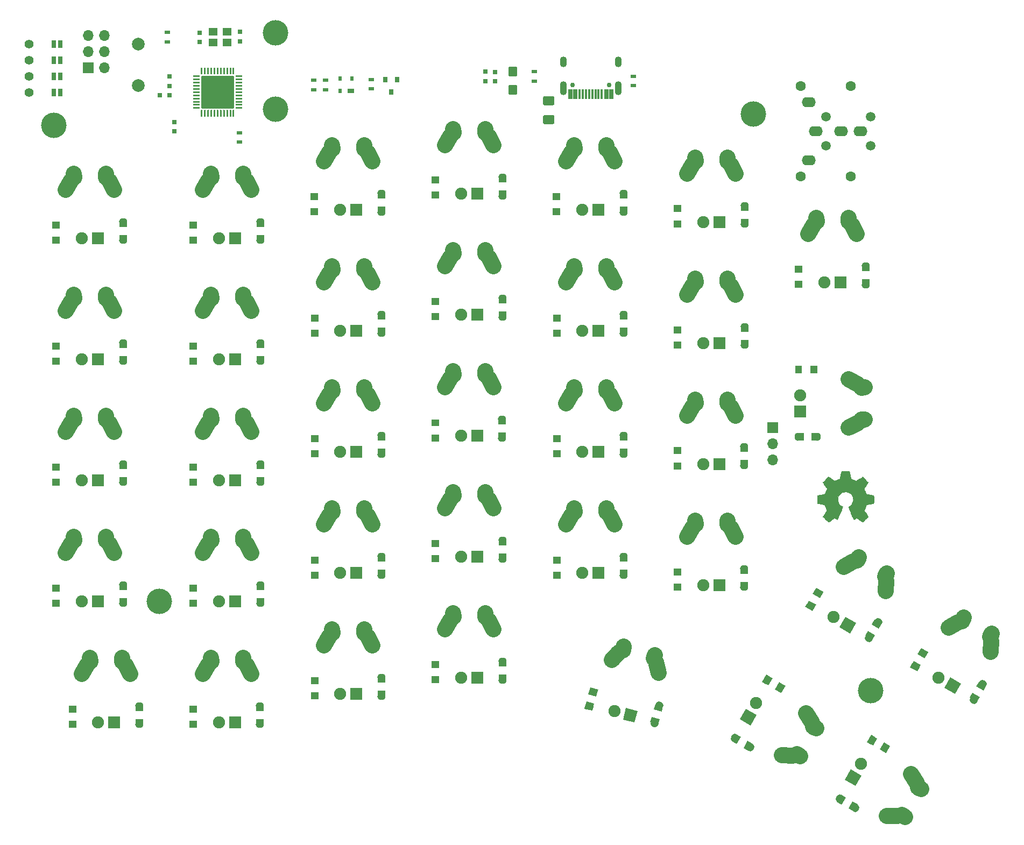
<source format=gbs>
G04 #@! TF.GenerationSoftware,KiCad,Pcbnew,(5.1.5)-3*
G04 #@! TF.CreationDate,2020-05-12T17:07:08+04:00*
G04 #@! TF.ProjectId,redox_rev2,7265646f-785f-4726-9576-322e6b696361,2.0 NG*
G04 #@! TF.SameCoordinates,Original*
G04 #@! TF.FileFunction,Soldermask,Bot*
G04 #@! TF.FilePolarity,Negative*
%FSLAX46Y46*%
G04 Gerber Fmt 4.6, Leading zero omitted, Abs format (unit mm)*
G04 Created by KiCad (PCBNEW (5.1.5)-3) date 2020-05-12 17:07:08*
%MOMM*%
%LPD*%
G04 APERTURE LIST*
%ADD10C,0.010000*%
%ADD11C,1.905000*%
%ADD12C,0.100000*%
%ADD13C,2.500000*%
%ADD14R,1.905000X1.905000*%
%ADD15C,1.397000*%
%ADD16R,0.700000X1.550000*%
%ADD17R,0.400000X1.550000*%
%ADD18C,0.750000*%
%ADD19O,1.100000X2.200000*%
%ADD20O,1.100000X1.700000*%
%ADD21R,0.900000X0.500000*%
%ADD22R,0.800000X0.900000*%
%ADD23R,1.300000X0.900000*%
%ADD24O,1.300000X1.100000*%
%ADD25C,1.100000*%
%ADD26R,0.900000X1.300000*%
%ADD27O,1.100000X1.300000*%
%ADD28R,0.750000X0.800000*%
%ADD29R,1.300000X1.100000*%
%ADD30R,1.300000X0.700000*%
%ADD31R,1.100000X1.300000*%
%ADD32R,0.700000X1.300000*%
%ADD33R,0.635000X1.143000*%
%ADD34C,1.600000*%
%ADD35C,1.500000*%
%ADD36O,2.200000X1.600000*%
%ADD37O,1.700000X1.700000*%
%ADD38R,1.700000X1.700000*%
%ADD39R,1.000000X0.700000*%
%ADD40R,0.600000X0.700000*%
%ADD41R,1.400000X1.200000*%
%ADD42R,0.800000X0.750000*%
%ADD43C,4.000000*%
%ADD44C,2.000000*%
G04 APERTURE END LIST*
D10*
G36*
X209553464Y-109050427D02*
G01*
X209440882Y-109647618D01*
X209025469Y-109818865D01*
X208610055Y-109990112D01*
X208111698Y-109651233D01*
X207972131Y-109556877D01*
X207845971Y-109472630D01*
X207739104Y-109402338D01*
X207657417Y-109349847D01*
X207606798Y-109319004D01*
X207593013Y-109312353D01*
X207568179Y-109329458D01*
X207515111Y-109376744D01*
X207439759Y-109448172D01*
X207348070Y-109537700D01*
X207245992Y-109639289D01*
X207139473Y-109746898D01*
X207034463Y-109854487D01*
X206936908Y-109956015D01*
X206852757Y-110045441D01*
X206787959Y-110116726D01*
X206748462Y-110163828D01*
X206739019Y-110179592D01*
X206752608Y-110208653D01*
X206790706Y-110272321D01*
X206849306Y-110364367D01*
X206924402Y-110478564D01*
X207011991Y-110608684D01*
X207062745Y-110682901D01*
X207155254Y-110818422D01*
X207237459Y-110940716D01*
X207305369Y-111043695D01*
X207354999Y-111121273D01*
X207382359Y-111167361D01*
X207386470Y-111177047D01*
X207377150Y-111204574D01*
X207351745Y-111268728D01*
X207314088Y-111360490D01*
X207268013Y-111470839D01*
X207217353Y-111590755D01*
X207165940Y-111711219D01*
X207117610Y-111823209D01*
X207076193Y-111917707D01*
X207045525Y-111985692D01*
X207029438Y-112018143D01*
X207028488Y-112019420D01*
X207003227Y-112025617D01*
X206935954Y-112039440D01*
X206833639Y-112059532D01*
X206703258Y-112084534D01*
X206551783Y-112113086D01*
X206463406Y-112129551D01*
X206301547Y-112160369D01*
X206155350Y-112189694D01*
X206032212Y-112215921D01*
X205939530Y-112237446D01*
X205884698Y-112252665D01*
X205873676Y-112257493D01*
X205862881Y-112290174D01*
X205854170Y-112363985D01*
X205847539Y-112470292D01*
X205842981Y-112600467D01*
X205840490Y-112745876D01*
X205840061Y-112897890D01*
X205841688Y-113047877D01*
X205845364Y-113187206D01*
X205851084Y-113307245D01*
X205858842Y-113399365D01*
X205868631Y-113454932D01*
X205874503Y-113466500D01*
X205909600Y-113480365D01*
X205983971Y-113500188D01*
X206087776Y-113523639D01*
X206211180Y-113548391D01*
X206254258Y-113556398D01*
X206461952Y-113594441D01*
X206626015Y-113625079D01*
X206751869Y-113649529D01*
X206844934Y-113669009D01*
X206910632Y-113684736D01*
X206954382Y-113697928D01*
X206981607Y-113709804D01*
X206997727Y-113721580D01*
X206999982Y-113723908D01*
X207022496Y-113761400D01*
X207056841Y-113834365D01*
X207099588Y-113933867D01*
X207147307Y-114050973D01*
X207196569Y-114176748D01*
X207243944Y-114302257D01*
X207286004Y-114418565D01*
X207319319Y-114516739D01*
X207340458Y-114587843D01*
X207345994Y-114622942D01*
X207345533Y-114624172D01*
X207326776Y-114652861D01*
X207284223Y-114715985D01*
X207222346Y-114806973D01*
X207145617Y-114919255D01*
X207058508Y-115046260D01*
X207033701Y-115082353D01*
X206945247Y-115213203D01*
X206867411Y-115332591D01*
X206804433Y-115433662D01*
X206760554Y-115509559D01*
X206740014Y-115553427D01*
X206739019Y-115558817D01*
X206756277Y-115587144D01*
X206803964Y-115643261D01*
X206875949Y-115721137D01*
X206966102Y-115814740D01*
X207068294Y-115918041D01*
X207176394Y-116025006D01*
X207284271Y-116129606D01*
X207385795Y-116225809D01*
X207474837Y-116307584D01*
X207545266Y-116368900D01*
X207590952Y-116403726D01*
X207603590Y-116409412D01*
X207633008Y-116396020D01*
X207693238Y-116359899D01*
X207774470Y-116307136D01*
X207836969Y-116264667D01*
X207950214Y-116186740D01*
X208084325Y-116094984D01*
X208218844Y-116003375D01*
X208291166Y-115954346D01*
X208535961Y-115788770D01*
X208741449Y-115899875D01*
X208835063Y-115948548D01*
X208914669Y-115986381D01*
X208968532Y-116007958D01*
X208982242Y-116010961D01*
X208998729Y-115988793D01*
X209031254Y-115926149D01*
X209077391Y-115828809D01*
X209134709Y-115702549D01*
X209200783Y-115553150D01*
X209273184Y-115386388D01*
X209349483Y-115208042D01*
X209427253Y-115023891D01*
X209504065Y-114839712D01*
X209577493Y-114661285D01*
X209645107Y-114494387D01*
X209704479Y-114344797D01*
X209753183Y-114218293D01*
X209788789Y-114120654D01*
X209808869Y-114057657D01*
X209812099Y-114036021D01*
X209786503Y-114008424D01*
X209730461Y-113963625D01*
X209655688Y-113910934D01*
X209649412Y-113906765D01*
X209456154Y-113752069D01*
X209300325Y-113571591D01*
X209183275Y-113371102D01*
X209106354Y-113156374D01*
X209070913Y-112933177D01*
X209078302Y-112707281D01*
X209129872Y-112484459D01*
X209226973Y-112270479D01*
X209255541Y-112223664D01*
X209404131Y-112034618D01*
X209579672Y-111882812D01*
X209776089Y-111769034D01*
X209987306Y-111694075D01*
X210207246Y-111658722D01*
X210429836Y-111663767D01*
X210648998Y-111709999D01*
X210858657Y-111798206D01*
X211052738Y-111929179D01*
X211112773Y-111982337D01*
X211265564Y-112148739D01*
X211376902Y-112323912D01*
X211453276Y-112520266D01*
X211495812Y-112714717D01*
X211506313Y-112933342D01*
X211471299Y-113153052D01*
X211394326Y-113366420D01*
X211278952Y-113566022D01*
X211128734Y-113744429D01*
X210947226Y-113894217D01*
X210923372Y-113910006D01*
X210847798Y-113961712D01*
X210790348Y-114006512D01*
X210762882Y-114035117D01*
X210762482Y-114036021D01*
X210768379Y-114066964D01*
X210791754Y-114137191D01*
X210830178Y-114240925D01*
X210881222Y-114372390D01*
X210942457Y-114525807D01*
X211011455Y-114695401D01*
X211085786Y-114875393D01*
X211163021Y-115060008D01*
X211240731Y-115243468D01*
X211316488Y-115419996D01*
X211387862Y-115583814D01*
X211452425Y-115729147D01*
X211507747Y-115850217D01*
X211551399Y-115941247D01*
X211580953Y-115996460D01*
X211592855Y-116010961D01*
X211629222Y-115999669D01*
X211697269Y-115969385D01*
X211785263Y-115925520D01*
X211833649Y-115899875D01*
X212039136Y-115788770D01*
X212283931Y-115954346D01*
X212408893Y-116039170D01*
X212545704Y-116132516D01*
X212673911Y-116220408D01*
X212738128Y-116264667D01*
X212828448Y-116325318D01*
X212904928Y-116373381D01*
X212957592Y-116402770D01*
X212974697Y-116408982D01*
X212999594Y-116392223D01*
X213054694Y-116345436D01*
X213134656Y-116273480D01*
X213234139Y-116181212D01*
X213347799Y-116073490D01*
X213419684Y-116004326D01*
X213545448Y-115880757D01*
X213654136Y-115770234D01*
X213741354Y-115677485D01*
X213802710Y-115607237D01*
X213833808Y-115564220D01*
X213836791Y-115555490D01*
X213822946Y-115522284D01*
X213784687Y-115455142D01*
X213726258Y-115360863D01*
X213651902Y-115246245D01*
X213565864Y-115118083D01*
X213541397Y-115082353D01*
X213452245Y-114952489D01*
X213372261Y-114835569D01*
X213305919Y-114738162D01*
X213257688Y-114666839D01*
X213232042Y-114628170D01*
X213229564Y-114624172D01*
X213233270Y-114593355D01*
X213252938Y-114525599D01*
X213285139Y-114429839D01*
X213326444Y-114315009D01*
X213373424Y-114190044D01*
X213422650Y-114063879D01*
X213470691Y-113945448D01*
X213514118Y-113843685D01*
X213549503Y-113767526D01*
X213573415Y-113725904D01*
X213575115Y-113723908D01*
X213589737Y-113712013D01*
X213614434Y-113700250D01*
X213654627Y-113687401D01*
X213715736Y-113672249D01*
X213803182Y-113653576D01*
X213922387Y-113630165D01*
X214078772Y-113600797D01*
X214277756Y-113564255D01*
X214320839Y-113556398D01*
X214448529Y-113531727D01*
X214559846Y-113507593D01*
X214644954Y-113486324D01*
X214694016Y-113470248D01*
X214700594Y-113466500D01*
X214711435Y-113433273D01*
X214720246Y-113359021D01*
X214727023Y-113252376D01*
X214731759Y-113121967D01*
X214734449Y-112976427D01*
X214735086Y-112824386D01*
X214733665Y-112674476D01*
X214730179Y-112535328D01*
X214724623Y-112415572D01*
X214716991Y-112323841D01*
X214707277Y-112268766D01*
X214701421Y-112257493D01*
X214668819Y-112246123D01*
X214594581Y-112227624D01*
X214486103Y-112203602D01*
X214350782Y-112175662D01*
X214196014Y-112145408D01*
X214111692Y-112129551D01*
X213951703Y-112099644D01*
X213809032Y-112072550D01*
X213690651Y-112049631D01*
X213603534Y-112032243D01*
X213554654Y-112021747D01*
X213546609Y-112019420D01*
X213533012Y-111993186D01*
X213504270Y-111929995D01*
X213464214Y-111838877D01*
X213416675Y-111728857D01*
X213365484Y-111608965D01*
X213314473Y-111488227D01*
X213267473Y-111375671D01*
X213228315Y-111280326D01*
X213200830Y-111211217D01*
X213188850Y-111177374D01*
X213188627Y-111175895D01*
X213202208Y-111149197D01*
X213240284Y-111087760D01*
X213298852Y-110997689D01*
X213373911Y-110885090D01*
X213461459Y-110756070D01*
X213512352Y-110681961D01*
X213605090Y-110546077D01*
X213687458Y-110422709D01*
X213755438Y-110318097D01*
X213805011Y-110238483D01*
X213832157Y-110190107D01*
X213836078Y-110179262D01*
X213819224Y-110154020D01*
X213772631Y-110100124D01*
X213702251Y-110023613D01*
X213614034Y-109930523D01*
X213513934Y-109826895D01*
X213407901Y-109718764D01*
X213301888Y-109612170D01*
X213201847Y-109513150D01*
X213113729Y-109427742D01*
X213043486Y-109361985D01*
X212997071Y-109321916D01*
X212981543Y-109312353D01*
X212956260Y-109325800D01*
X212895788Y-109363575D01*
X212806007Y-109421835D01*
X212692796Y-109496734D01*
X212562036Y-109584425D01*
X212463400Y-109651233D01*
X211965042Y-109990112D01*
X211549629Y-109818865D01*
X211134215Y-109647618D01*
X211021633Y-109050427D01*
X210909050Y-108453235D01*
X209666047Y-108453235D01*
X209553464Y-109050427D01*
G37*
X209553464Y-109050427D02*
X209440882Y-109647618D01*
X209025469Y-109818865D01*
X208610055Y-109990112D01*
X208111698Y-109651233D01*
X207972131Y-109556877D01*
X207845971Y-109472630D01*
X207739104Y-109402338D01*
X207657417Y-109349847D01*
X207606798Y-109319004D01*
X207593013Y-109312353D01*
X207568179Y-109329458D01*
X207515111Y-109376744D01*
X207439759Y-109448172D01*
X207348070Y-109537700D01*
X207245992Y-109639289D01*
X207139473Y-109746898D01*
X207034463Y-109854487D01*
X206936908Y-109956015D01*
X206852757Y-110045441D01*
X206787959Y-110116726D01*
X206748462Y-110163828D01*
X206739019Y-110179592D01*
X206752608Y-110208653D01*
X206790706Y-110272321D01*
X206849306Y-110364367D01*
X206924402Y-110478564D01*
X207011991Y-110608684D01*
X207062745Y-110682901D01*
X207155254Y-110818422D01*
X207237459Y-110940716D01*
X207305369Y-111043695D01*
X207354999Y-111121273D01*
X207382359Y-111167361D01*
X207386470Y-111177047D01*
X207377150Y-111204574D01*
X207351745Y-111268728D01*
X207314088Y-111360490D01*
X207268013Y-111470839D01*
X207217353Y-111590755D01*
X207165940Y-111711219D01*
X207117610Y-111823209D01*
X207076193Y-111917707D01*
X207045525Y-111985692D01*
X207029438Y-112018143D01*
X207028488Y-112019420D01*
X207003227Y-112025617D01*
X206935954Y-112039440D01*
X206833639Y-112059532D01*
X206703258Y-112084534D01*
X206551783Y-112113086D01*
X206463406Y-112129551D01*
X206301547Y-112160369D01*
X206155350Y-112189694D01*
X206032212Y-112215921D01*
X205939530Y-112237446D01*
X205884698Y-112252665D01*
X205873676Y-112257493D01*
X205862881Y-112290174D01*
X205854170Y-112363985D01*
X205847539Y-112470292D01*
X205842981Y-112600467D01*
X205840490Y-112745876D01*
X205840061Y-112897890D01*
X205841688Y-113047877D01*
X205845364Y-113187206D01*
X205851084Y-113307245D01*
X205858842Y-113399365D01*
X205868631Y-113454932D01*
X205874503Y-113466500D01*
X205909600Y-113480365D01*
X205983971Y-113500188D01*
X206087776Y-113523639D01*
X206211180Y-113548391D01*
X206254258Y-113556398D01*
X206461952Y-113594441D01*
X206626015Y-113625079D01*
X206751869Y-113649529D01*
X206844934Y-113669009D01*
X206910632Y-113684736D01*
X206954382Y-113697928D01*
X206981607Y-113709804D01*
X206997727Y-113721580D01*
X206999982Y-113723908D01*
X207022496Y-113761400D01*
X207056841Y-113834365D01*
X207099588Y-113933867D01*
X207147307Y-114050973D01*
X207196569Y-114176748D01*
X207243944Y-114302257D01*
X207286004Y-114418565D01*
X207319319Y-114516739D01*
X207340458Y-114587843D01*
X207345994Y-114622942D01*
X207345533Y-114624172D01*
X207326776Y-114652861D01*
X207284223Y-114715985D01*
X207222346Y-114806973D01*
X207145617Y-114919255D01*
X207058508Y-115046260D01*
X207033701Y-115082353D01*
X206945247Y-115213203D01*
X206867411Y-115332591D01*
X206804433Y-115433662D01*
X206760554Y-115509559D01*
X206740014Y-115553427D01*
X206739019Y-115558817D01*
X206756277Y-115587144D01*
X206803964Y-115643261D01*
X206875949Y-115721137D01*
X206966102Y-115814740D01*
X207068294Y-115918041D01*
X207176394Y-116025006D01*
X207284271Y-116129606D01*
X207385795Y-116225809D01*
X207474837Y-116307584D01*
X207545266Y-116368900D01*
X207590952Y-116403726D01*
X207603590Y-116409412D01*
X207633008Y-116396020D01*
X207693238Y-116359899D01*
X207774470Y-116307136D01*
X207836969Y-116264667D01*
X207950214Y-116186740D01*
X208084325Y-116094984D01*
X208218844Y-116003375D01*
X208291166Y-115954346D01*
X208535961Y-115788770D01*
X208741449Y-115899875D01*
X208835063Y-115948548D01*
X208914669Y-115986381D01*
X208968532Y-116007958D01*
X208982242Y-116010961D01*
X208998729Y-115988793D01*
X209031254Y-115926149D01*
X209077391Y-115828809D01*
X209134709Y-115702549D01*
X209200783Y-115553150D01*
X209273184Y-115386388D01*
X209349483Y-115208042D01*
X209427253Y-115023891D01*
X209504065Y-114839712D01*
X209577493Y-114661285D01*
X209645107Y-114494387D01*
X209704479Y-114344797D01*
X209753183Y-114218293D01*
X209788789Y-114120654D01*
X209808869Y-114057657D01*
X209812099Y-114036021D01*
X209786503Y-114008424D01*
X209730461Y-113963625D01*
X209655688Y-113910934D01*
X209649412Y-113906765D01*
X209456154Y-113752069D01*
X209300325Y-113571591D01*
X209183275Y-113371102D01*
X209106354Y-113156374D01*
X209070913Y-112933177D01*
X209078302Y-112707281D01*
X209129872Y-112484459D01*
X209226973Y-112270479D01*
X209255541Y-112223664D01*
X209404131Y-112034618D01*
X209579672Y-111882812D01*
X209776089Y-111769034D01*
X209987306Y-111694075D01*
X210207246Y-111658722D01*
X210429836Y-111663767D01*
X210648998Y-111709999D01*
X210858657Y-111798206D01*
X211052738Y-111929179D01*
X211112773Y-111982337D01*
X211265564Y-112148739D01*
X211376902Y-112323912D01*
X211453276Y-112520266D01*
X211495812Y-112714717D01*
X211506313Y-112933342D01*
X211471299Y-113153052D01*
X211394326Y-113366420D01*
X211278952Y-113566022D01*
X211128734Y-113744429D01*
X210947226Y-113894217D01*
X210923372Y-113910006D01*
X210847798Y-113961712D01*
X210790348Y-114006512D01*
X210762882Y-114035117D01*
X210762482Y-114036021D01*
X210768379Y-114066964D01*
X210791754Y-114137191D01*
X210830178Y-114240925D01*
X210881222Y-114372390D01*
X210942457Y-114525807D01*
X211011455Y-114695401D01*
X211085786Y-114875393D01*
X211163021Y-115060008D01*
X211240731Y-115243468D01*
X211316488Y-115419996D01*
X211387862Y-115583814D01*
X211452425Y-115729147D01*
X211507747Y-115850217D01*
X211551399Y-115941247D01*
X211580953Y-115996460D01*
X211592855Y-116010961D01*
X211629222Y-115999669D01*
X211697269Y-115969385D01*
X211785263Y-115925520D01*
X211833649Y-115899875D01*
X212039136Y-115788770D01*
X212283931Y-115954346D01*
X212408893Y-116039170D01*
X212545704Y-116132516D01*
X212673911Y-116220408D01*
X212738128Y-116264667D01*
X212828448Y-116325318D01*
X212904928Y-116373381D01*
X212957592Y-116402770D01*
X212974697Y-116408982D01*
X212999594Y-116392223D01*
X213054694Y-116345436D01*
X213134656Y-116273480D01*
X213234139Y-116181212D01*
X213347799Y-116073490D01*
X213419684Y-116004326D01*
X213545448Y-115880757D01*
X213654136Y-115770234D01*
X213741354Y-115677485D01*
X213802710Y-115607237D01*
X213833808Y-115564220D01*
X213836791Y-115555490D01*
X213822946Y-115522284D01*
X213784687Y-115455142D01*
X213726258Y-115360863D01*
X213651902Y-115246245D01*
X213565864Y-115118083D01*
X213541397Y-115082353D01*
X213452245Y-114952489D01*
X213372261Y-114835569D01*
X213305919Y-114738162D01*
X213257688Y-114666839D01*
X213232042Y-114628170D01*
X213229564Y-114624172D01*
X213233270Y-114593355D01*
X213252938Y-114525599D01*
X213285139Y-114429839D01*
X213326444Y-114315009D01*
X213373424Y-114190044D01*
X213422650Y-114063879D01*
X213470691Y-113945448D01*
X213514118Y-113843685D01*
X213549503Y-113767526D01*
X213573415Y-113725904D01*
X213575115Y-113723908D01*
X213589737Y-113712013D01*
X213614434Y-113700250D01*
X213654627Y-113687401D01*
X213715736Y-113672249D01*
X213803182Y-113653576D01*
X213922387Y-113630165D01*
X214078772Y-113600797D01*
X214277756Y-113564255D01*
X214320839Y-113556398D01*
X214448529Y-113531727D01*
X214559846Y-113507593D01*
X214644954Y-113486324D01*
X214694016Y-113470248D01*
X214700594Y-113466500D01*
X214711435Y-113433273D01*
X214720246Y-113359021D01*
X214727023Y-113252376D01*
X214731759Y-113121967D01*
X214734449Y-112976427D01*
X214735086Y-112824386D01*
X214733665Y-112674476D01*
X214730179Y-112535328D01*
X214724623Y-112415572D01*
X214716991Y-112323841D01*
X214707277Y-112268766D01*
X214701421Y-112257493D01*
X214668819Y-112246123D01*
X214594581Y-112227624D01*
X214486103Y-112203602D01*
X214350782Y-112175662D01*
X214196014Y-112145408D01*
X214111692Y-112129551D01*
X213951703Y-112099644D01*
X213809032Y-112072550D01*
X213690651Y-112049631D01*
X213603534Y-112032243D01*
X213554654Y-112021747D01*
X213546609Y-112019420D01*
X213533012Y-111993186D01*
X213504270Y-111929995D01*
X213464214Y-111838877D01*
X213416675Y-111728857D01*
X213365484Y-111608965D01*
X213314473Y-111488227D01*
X213267473Y-111375671D01*
X213228315Y-111280326D01*
X213200830Y-111211217D01*
X213188850Y-111177374D01*
X213188627Y-111175895D01*
X213202208Y-111149197D01*
X213240284Y-111087760D01*
X213298852Y-110997689D01*
X213373911Y-110885090D01*
X213461459Y-110756070D01*
X213512352Y-110681961D01*
X213605090Y-110546077D01*
X213687458Y-110422709D01*
X213755438Y-110318097D01*
X213805011Y-110238483D01*
X213832157Y-110190107D01*
X213836078Y-110179262D01*
X213819224Y-110154020D01*
X213772631Y-110100124D01*
X213702251Y-110023613D01*
X213614034Y-109930523D01*
X213513934Y-109826895D01*
X213407901Y-109718764D01*
X213301888Y-109612170D01*
X213201847Y-109513150D01*
X213113729Y-109427742D01*
X213043486Y-109361985D01*
X212997071Y-109321916D01*
X212981543Y-109312353D01*
X212956260Y-109325800D01*
X212895788Y-109363575D01*
X212806007Y-109421835D01*
X212692796Y-109496734D01*
X212562036Y-109584425D01*
X212463400Y-109651233D01*
X211965042Y-109990112D01*
X211549629Y-109818865D01*
X211134215Y-109647618D01*
X211021633Y-109050427D01*
X210909050Y-108453235D01*
X209666047Y-108453235D01*
X209553464Y-109050427D01*
D11*
X196260591Y-144950148D03*
D12*
G36*
X194641952Y-145848713D02*
G01*
X196291730Y-146801213D01*
X195339230Y-148450991D01*
X193689452Y-147498491D01*
X194641952Y-145848713D01*
G37*
D13*
X205693690Y-148930198D02*
X205172834Y-148675034D01*
X201989288Y-153187660D02*
X200319518Y-153159972D01*
X204988835Y-147992294D02*
X204129971Y-146560074D01*
X203153966Y-153329130D02*
X202672558Y-153005638D01*
D11*
X203200000Y-96520000D03*
D14*
X203200000Y-99060000D03*
D13*
X213359328Y-95250276D02*
X212780672Y-95289724D01*
X212279954Y-100789547D02*
X210820046Y-101600453D01*
X212279954Y-94790453D02*
X210820046Y-93979547D01*
X213359328Y-100329724D02*
X212780672Y-100290276D01*
D11*
X212770591Y-154475148D03*
D12*
G36*
X211151952Y-155373713D02*
G01*
X212801730Y-156326213D01*
X211849230Y-157975991D01*
X210199452Y-157023491D01*
X211151952Y-155373713D01*
G37*
D13*
X222203690Y-158455198D02*
X221682834Y-158200034D01*
X218499288Y-162712660D02*
X216829518Y-162684972D01*
X221498835Y-157517294D02*
X220639971Y-156085074D01*
X219663966Y-162854130D02*
X219182558Y-162530638D01*
D14*
X92710000Y-71755000D03*
D11*
X90170000Y-71755000D03*
D13*
X93979724Y-61595672D02*
X93940276Y-62174328D01*
X88440453Y-62675046D02*
X87629547Y-64134954D01*
X94439547Y-62675046D02*
X95250453Y-64134954D01*
X88900276Y-61595672D02*
X88939724Y-62174328D01*
D14*
X92710000Y-90805000D03*
D11*
X90170000Y-90805000D03*
D13*
X93979724Y-80645672D02*
X93940276Y-81224328D01*
X88440453Y-81725046D02*
X87629547Y-83184954D01*
X94439547Y-81725046D02*
X95250453Y-83184954D01*
X88900276Y-80645672D02*
X88939724Y-81224328D01*
D14*
X92710000Y-109855000D03*
D11*
X90170000Y-109855000D03*
D13*
X93979724Y-99695672D02*
X93940276Y-100274328D01*
X88440453Y-100775046D02*
X87629547Y-102234954D01*
X94439547Y-100775046D02*
X95250453Y-102234954D01*
X88900276Y-99695672D02*
X88939724Y-100274328D01*
D14*
X92710000Y-128905000D03*
D11*
X90170000Y-128905000D03*
D13*
X93979724Y-118745672D02*
X93940276Y-119324328D01*
X88440453Y-119825046D02*
X87629547Y-121284954D01*
X94439547Y-119825046D02*
X95250453Y-121284954D01*
X88900276Y-118745672D02*
X88939724Y-119324328D01*
D12*
G36*
X175275356Y-147514122D02*
G01*
X175768406Y-145674034D01*
X177608494Y-146167084D01*
X177115444Y-148007172D01*
X175275356Y-147514122D01*
G37*
D11*
X173988473Y-146183203D03*
D13*
X180297812Y-137356074D02*
X180109940Y-137904804D01*
X174667925Y-136965002D02*
X173506797Y-138165286D01*
X180462604Y-138517681D02*
X180868028Y-140137721D01*
X175391441Y-136041416D02*
X175279779Y-136610566D01*
D15*
X81800000Y-41200000D03*
X81800000Y-43740000D03*
X81800000Y-46280000D03*
X81800000Y-48820000D03*
D16*
X173425000Y-49095000D03*
X166975000Y-49095000D03*
X172650000Y-49095000D03*
X167750000Y-49095000D03*
D17*
X168450000Y-49095000D03*
X171950000Y-49095000D03*
X168950000Y-49095000D03*
X171450000Y-49095000D03*
X169450000Y-49095000D03*
X170950000Y-49095000D03*
X170450000Y-49095000D03*
X169950000Y-49095000D03*
D18*
X173090000Y-47650000D03*
D19*
X165880000Y-48180000D03*
X174520000Y-48180000D03*
D20*
X165880000Y-44000000D03*
X174520000Y-44000000D03*
D18*
X167310000Y-47650000D03*
D14*
X133350000Y-67310000D03*
D11*
X130810000Y-67310000D03*
D13*
X134619724Y-57150672D02*
X134580276Y-57729328D01*
X129080453Y-58230046D02*
X128269547Y-59689954D01*
X135079547Y-58230046D02*
X135890453Y-59689954D01*
X129540276Y-57150672D02*
X129579724Y-57729328D01*
D14*
X190500000Y-69215000D03*
D11*
X187960000Y-69215000D03*
D13*
X191769724Y-59055672D02*
X191730276Y-59634328D01*
X186230453Y-60135046D02*
X185419547Y-61594954D01*
X192229547Y-60135046D02*
X193040453Y-61594954D01*
X186690276Y-59055672D02*
X186729724Y-59634328D01*
D14*
X114300000Y-71755000D03*
D11*
X111760000Y-71755000D03*
D13*
X115569724Y-61595672D02*
X115530276Y-62174328D01*
X110030453Y-62675046D02*
X109219547Y-64134954D01*
X116029547Y-62675046D02*
X116840453Y-64134954D01*
X110490276Y-61595672D02*
X110529724Y-62174328D01*
D14*
X95250000Y-147955000D03*
D11*
X92710000Y-147955000D03*
D13*
X96519724Y-137795672D02*
X96480276Y-138374328D01*
X90980453Y-138875046D02*
X90169547Y-140334954D01*
X96979547Y-138875046D02*
X97790453Y-140334954D01*
X91440276Y-137795672D02*
X91479724Y-138374328D01*
D14*
X114300000Y-90805000D03*
D11*
X111760000Y-90805000D03*
D13*
X115569724Y-80645672D02*
X115530276Y-81224328D01*
X110030453Y-81725046D02*
X109219547Y-83184954D01*
X116029547Y-81725046D02*
X116840453Y-83184954D01*
X110490276Y-80645672D02*
X110529724Y-81224328D01*
D14*
X114300000Y-109855000D03*
D11*
X111760000Y-109855000D03*
D13*
X115569724Y-99695672D02*
X115530276Y-100274328D01*
X110030453Y-100775046D02*
X109219547Y-102234954D01*
X116029547Y-100775046D02*
X116840453Y-102234954D01*
X110490276Y-99695672D02*
X110529724Y-100274328D01*
D14*
X114300000Y-128905000D03*
D11*
X111760000Y-128905000D03*
D13*
X115569724Y-118745672D02*
X115530276Y-119324328D01*
X110030453Y-119825046D02*
X109219547Y-121284954D01*
X116029547Y-119825046D02*
X116840453Y-121284954D01*
X110490276Y-118745672D02*
X110529724Y-119324328D01*
D14*
X114300000Y-147955000D03*
D11*
X111760000Y-147955000D03*
D13*
X115569724Y-137795672D02*
X115530276Y-138374328D01*
X110030453Y-138875046D02*
X109219547Y-140334954D01*
X116029547Y-138875046D02*
X116840453Y-140334954D01*
X110490276Y-137795672D02*
X110529724Y-138374328D01*
D14*
X133350000Y-86360000D03*
D11*
X130810000Y-86360000D03*
D13*
X134619724Y-76200672D02*
X134580276Y-76779328D01*
X129080453Y-77280046D02*
X128269547Y-78739954D01*
X135079547Y-77280046D02*
X135890453Y-78739954D01*
X129540276Y-76200672D02*
X129579724Y-76779328D01*
D14*
X133350000Y-105410000D03*
D11*
X130810000Y-105410000D03*
D13*
X134619724Y-95250672D02*
X134580276Y-95829328D01*
X129080453Y-96330046D02*
X128269547Y-97789954D01*
X135079547Y-96330046D02*
X135890453Y-97789954D01*
X129540276Y-95250672D02*
X129579724Y-95829328D01*
D14*
X133350000Y-124460000D03*
D11*
X130810000Y-124460000D03*
D13*
X134619724Y-114300672D02*
X134580276Y-114879328D01*
X129080453Y-115380046D02*
X128269547Y-116839954D01*
X135079547Y-115380046D02*
X135890453Y-116839954D01*
X129540276Y-114300672D02*
X129579724Y-114879328D01*
D14*
X133350000Y-143510000D03*
D11*
X130810000Y-143510000D03*
D13*
X134619724Y-133350672D02*
X134580276Y-133929328D01*
X129080453Y-134430046D02*
X128269547Y-135889954D01*
X135079547Y-134430046D02*
X135890453Y-135889954D01*
X129540276Y-133350672D02*
X129579724Y-133929328D01*
D14*
X152400000Y-64770000D03*
D11*
X149860000Y-64770000D03*
D13*
X153669724Y-54610672D02*
X153630276Y-55189328D01*
X148130453Y-55690046D02*
X147319547Y-57149954D01*
X154129547Y-55690046D02*
X154940453Y-57149954D01*
X148590276Y-54610672D02*
X148629724Y-55189328D01*
D14*
X152400000Y-83820000D03*
D11*
X149860000Y-83820000D03*
D13*
X153669724Y-73660672D02*
X153630276Y-74239328D01*
X148130453Y-74740046D02*
X147319547Y-76199954D01*
X154129547Y-74740046D02*
X154940453Y-76199954D01*
X148590276Y-73660672D02*
X148629724Y-74239328D01*
D14*
X152400000Y-102870000D03*
D11*
X149860000Y-102870000D03*
D13*
X153669724Y-92710672D02*
X153630276Y-93289328D01*
X148130453Y-93790046D02*
X147319547Y-95249954D01*
X154129547Y-93790046D02*
X154940453Y-95249954D01*
X148590276Y-92710672D02*
X148629724Y-93289328D01*
D14*
X152400000Y-121920000D03*
D11*
X149860000Y-121920000D03*
D13*
X153669724Y-111760672D02*
X153630276Y-112339328D01*
X148130453Y-112840046D02*
X147319547Y-114299954D01*
X154129547Y-112840046D02*
X154940453Y-114299954D01*
X148590276Y-111760672D02*
X148629724Y-112339328D01*
D14*
X152400000Y-140970000D03*
D11*
X149860000Y-140970000D03*
D13*
X153669724Y-130810672D02*
X153630276Y-131389328D01*
X148130453Y-131890046D02*
X147319547Y-133349954D01*
X154129547Y-131890046D02*
X154940453Y-133349954D01*
X148590276Y-130810672D02*
X148629724Y-131389328D01*
D14*
X171450000Y-67310000D03*
D11*
X168910000Y-67310000D03*
D13*
X172719724Y-57150672D02*
X172680276Y-57729328D01*
X167180453Y-58230046D02*
X166369547Y-59689954D01*
X173179547Y-58230046D02*
X173990453Y-59689954D01*
X167640276Y-57150672D02*
X167679724Y-57729328D01*
D14*
X171450000Y-86360000D03*
D11*
X168910000Y-86360000D03*
D13*
X172719724Y-76200672D02*
X172680276Y-76779328D01*
X167180453Y-77280046D02*
X166369547Y-78739954D01*
X173179547Y-77280046D02*
X173990453Y-78739954D01*
X167640276Y-76200672D02*
X167679724Y-76779328D01*
D14*
X171450000Y-105410000D03*
D11*
X168910000Y-105410000D03*
D13*
X172719724Y-95250672D02*
X172680276Y-95829328D01*
X167180453Y-96330046D02*
X166369547Y-97789954D01*
X173179547Y-96330046D02*
X173990453Y-97789954D01*
X167640276Y-95250672D02*
X167679724Y-95829328D01*
D14*
X171450000Y-124460000D03*
D11*
X168910000Y-124460000D03*
D13*
X172719724Y-114300672D02*
X172680276Y-114879328D01*
X167180453Y-115380046D02*
X166369547Y-116839954D01*
X173179547Y-115380046D02*
X173990453Y-116839954D01*
X167640276Y-114300672D02*
X167679724Y-114879328D01*
D14*
X190500000Y-88265000D03*
D11*
X187960000Y-88265000D03*
D13*
X191769724Y-78105672D02*
X191730276Y-78684328D01*
X186230453Y-79185046D02*
X185419547Y-80644954D01*
X192229547Y-79185046D02*
X193040453Y-80644954D01*
X186690276Y-78105672D02*
X186729724Y-78684328D01*
D14*
X190500000Y-107315000D03*
D11*
X187960000Y-107315000D03*
D13*
X191769724Y-97155672D02*
X191730276Y-97734328D01*
X186230453Y-98235046D02*
X185419547Y-99694954D01*
X192229547Y-98235046D02*
X193040453Y-99694954D01*
X186690276Y-97155672D02*
X186729724Y-97734328D01*
D14*
X190500000Y-126365000D03*
D11*
X187960000Y-126365000D03*
D13*
X191769724Y-116205672D02*
X191730276Y-116784328D01*
X186230453Y-117285046D02*
X185419547Y-118744954D01*
X192229547Y-117285046D02*
X193040453Y-118744954D01*
X186690276Y-116205672D02*
X186729724Y-116784328D01*
D14*
X209550000Y-78740000D03*
D11*
X207010000Y-78740000D03*
D13*
X210819724Y-68580672D02*
X210780276Y-69159328D01*
X205280453Y-69660046D02*
X204469547Y-71119954D01*
X211279547Y-69660046D02*
X212090453Y-71119954D01*
X205740276Y-68580672D02*
X205779724Y-69159328D01*
D12*
G36*
X209348713Y-133018048D02*
G01*
X210301213Y-131368270D01*
X211950991Y-132320770D01*
X210998491Y-133970548D01*
X209348713Y-133018048D01*
G37*
D11*
X208450148Y-131399409D03*
D13*
X216829130Y-124506034D02*
X216505638Y-124987442D01*
X211492294Y-122671165D02*
X210060074Y-123530029D01*
X216687660Y-125670712D02*
X216659972Y-127340482D01*
X212430198Y-121966310D02*
X212175034Y-122487166D01*
D12*
G36*
X225858713Y-142543048D02*
G01*
X226811213Y-140893270D01*
X228460991Y-141845770D01*
X227508491Y-143495548D01*
X225858713Y-142543048D01*
G37*
D11*
X224960148Y-140924409D03*
D13*
X233339130Y-134031034D02*
X233015638Y-134512442D01*
X228002294Y-132196165D02*
X226570074Y-133055029D01*
X233197660Y-135195712D02*
X233169972Y-136865482D01*
X228940198Y-131491310D02*
X228685034Y-132012166D01*
D21*
X135700000Y-48250000D03*
X135700000Y-46750000D03*
D22*
X138800000Y-48750000D03*
X139750000Y-46750000D03*
X137850000Y-46750000D03*
D23*
X96647000Y-71662000D03*
X96647000Y-69562000D03*
D24*
X96647000Y-72112000D03*
X96647000Y-69112000D03*
D23*
X96647000Y-90712000D03*
X96647000Y-88612000D03*
D24*
X96647000Y-91162000D03*
X96647000Y-88162000D03*
D23*
X96647000Y-109762000D03*
X96647000Y-107662000D03*
D24*
X96647000Y-110212000D03*
X96647000Y-107212000D03*
D23*
X96647000Y-128812000D03*
X96647000Y-126712000D03*
D24*
X96647000Y-129262000D03*
X96647000Y-126262000D03*
D23*
X99187000Y-147862000D03*
X99187000Y-145762000D03*
D24*
X99187000Y-148312000D03*
X99187000Y-145312000D03*
D23*
X118237000Y-71662000D03*
X118237000Y-69562000D03*
D24*
X118237000Y-72112000D03*
X118237000Y-69112000D03*
D23*
X118237000Y-90712000D03*
X118237000Y-88612000D03*
D24*
X118237000Y-91162000D03*
X118237000Y-88162000D03*
D23*
X118237000Y-109762000D03*
X118237000Y-107662000D03*
D24*
X118237000Y-110212000D03*
X118237000Y-107212000D03*
D23*
X118237000Y-128812000D03*
X118237000Y-126712000D03*
D24*
X118237000Y-129262000D03*
X118237000Y-126262000D03*
D23*
X118200000Y-147862000D03*
X118200000Y-145762000D03*
D24*
X118200000Y-148312000D03*
X118200000Y-145312000D03*
D23*
X137300000Y-67217000D03*
X137300000Y-65117000D03*
D24*
X137300000Y-67667000D03*
X137300000Y-64667000D03*
D23*
X137300000Y-86267000D03*
X137300000Y-84167000D03*
D24*
X137300000Y-86717000D03*
X137300000Y-83717000D03*
D23*
X137287000Y-105317000D03*
X137287000Y-103217000D03*
D24*
X137287000Y-105767000D03*
X137287000Y-102767000D03*
D23*
X137287000Y-124367000D03*
X137287000Y-122267000D03*
D24*
X137287000Y-124817000D03*
X137287000Y-121817000D03*
D23*
X137287000Y-143417000D03*
X137287000Y-141317000D03*
D24*
X137287000Y-143867000D03*
X137287000Y-140867000D03*
D23*
X156337000Y-64677000D03*
X156337000Y-62577000D03*
D24*
X156337000Y-65127000D03*
X156337000Y-62127000D03*
D23*
X156337000Y-83727000D03*
X156337000Y-81627000D03*
D24*
X156337000Y-84177000D03*
X156337000Y-81177000D03*
D23*
X156300000Y-102777000D03*
X156300000Y-100677000D03*
D24*
X156300000Y-103227000D03*
X156300000Y-100227000D03*
D23*
X156337000Y-121827000D03*
X156337000Y-119727000D03*
D24*
X156337000Y-122277000D03*
X156337000Y-119277000D03*
D23*
X156337000Y-140877000D03*
X156337000Y-138777000D03*
D24*
X156337000Y-141327000D03*
X156337000Y-138327000D03*
D23*
X175387000Y-67217000D03*
X175387000Y-65117000D03*
D24*
X175387000Y-67667000D03*
X175387000Y-64667000D03*
D23*
X175387000Y-86267000D03*
X175387000Y-84167000D03*
D24*
X175387000Y-86717000D03*
X175387000Y-83717000D03*
D23*
X175387000Y-105317000D03*
X175387000Y-103217000D03*
D24*
X175387000Y-105767000D03*
X175387000Y-102767000D03*
D23*
X175400000Y-124367000D03*
X175400000Y-122267000D03*
D24*
X175400000Y-124817000D03*
X175400000Y-121817000D03*
D12*
G36*
X179810857Y-147096323D02*
G01*
X181066560Y-147432788D01*
X180833623Y-148302121D01*
X179577920Y-147965656D01*
X179810857Y-147096323D01*
G37*
G36*
X180354377Y-145067879D02*
G01*
X181610080Y-145404344D01*
X181377143Y-146273677D01*
X180121440Y-145937212D01*
X180354377Y-145067879D01*
G37*
D25*
X180302364Y-148159771D02*
X180109178Y-148108007D01*
X181078822Y-145261993D02*
X180885636Y-145210229D01*
D23*
X194437000Y-69122000D03*
X194437000Y-67022000D03*
D24*
X194437000Y-69572000D03*
X194437000Y-66572000D03*
D23*
X194437000Y-88172000D03*
X194437000Y-86072000D03*
D24*
X194437000Y-88622000D03*
X194437000Y-85622000D03*
D23*
X194400000Y-107095000D03*
X194400000Y-104995000D03*
D24*
X194400000Y-107545000D03*
X194400000Y-104545000D03*
D23*
X194400000Y-126272000D03*
X194400000Y-124172000D03*
D24*
X194400000Y-126722000D03*
X194400000Y-123722000D03*
D12*
G36*
X193861384Y-150267083D02*
G01*
X193211384Y-151392917D01*
X192431962Y-150942917D01*
X193081962Y-149817083D01*
X193861384Y-150267083D01*
G37*
G36*
X195680038Y-151317083D02*
G01*
X195030038Y-152442917D01*
X194250616Y-151992917D01*
X194900616Y-150867083D01*
X195680038Y-151317083D01*
G37*
D25*
X192706962Y-150466603D02*
X192806962Y-150293397D01*
X195305038Y-151966603D02*
X195405038Y-151793397D01*
D23*
X213487000Y-78647000D03*
X213487000Y-76547000D03*
D24*
X213487000Y-79097000D03*
X213487000Y-76097000D03*
D26*
X203293000Y-102997000D03*
X205393000Y-102997000D03*
D27*
X202843000Y-102997000D03*
X205843000Y-102997000D03*
D12*
G36*
X213837083Y-133594616D02*
G01*
X214962917Y-134244616D01*
X214512917Y-135024038D01*
X213387083Y-134374038D01*
X213837083Y-133594616D01*
G37*
G36*
X214887083Y-131775962D02*
G01*
X216012917Y-132425962D01*
X215562917Y-133205384D01*
X214437083Y-132555384D01*
X214887083Y-131775962D01*
G37*
D25*
X214036603Y-134749038D02*
X213863397Y-134649038D01*
X215536603Y-132150962D02*
X215363397Y-132050962D01*
D12*
G36*
X230277083Y-143323616D02*
G01*
X231402917Y-143973616D01*
X230952917Y-144753038D01*
X229827083Y-144103038D01*
X230277083Y-143323616D01*
G37*
G36*
X231327083Y-141504962D02*
G01*
X232452917Y-142154962D01*
X232002917Y-142934384D01*
X230877083Y-142284384D01*
X231327083Y-141504962D01*
G37*
D25*
X230476603Y-144478038D02*
X230303397Y-144378038D01*
X231976603Y-141879962D02*
X231803397Y-141779962D01*
D12*
G36*
X210371384Y-159792083D02*
G01*
X209721384Y-160917917D01*
X208941962Y-160467917D01*
X209591962Y-159342083D01*
X210371384Y-159792083D01*
G37*
G36*
X212190038Y-160842083D02*
G01*
X211540038Y-161967917D01*
X210760616Y-161517917D01*
X211410616Y-160392083D01*
X212190038Y-160842083D01*
G37*
D25*
X209216962Y-159991603D02*
X209316962Y-159818397D01*
X211815038Y-161491603D02*
X211915038Y-161318397D01*
D28*
X104700000Y-53450000D03*
X104700000Y-54950000D03*
D29*
X86106000Y-69716000D03*
X86106000Y-72016000D03*
D30*
X86106000Y-69466000D03*
X86106000Y-72266000D03*
D29*
X86100000Y-88750000D03*
X86100000Y-91050000D03*
D30*
X86100000Y-88500000D03*
X86100000Y-91300000D03*
D29*
X86100000Y-107850000D03*
X86100000Y-110150000D03*
D30*
X86100000Y-107600000D03*
X86100000Y-110400000D03*
D29*
X86100000Y-126850000D03*
X86100000Y-129150000D03*
D30*
X86100000Y-126600000D03*
X86100000Y-129400000D03*
D29*
X88700000Y-145950000D03*
X88700000Y-148250000D03*
D30*
X88700000Y-145700000D03*
X88700000Y-148500000D03*
D29*
X107696000Y-69716000D03*
X107696000Y-72016000D03*
D30*
X107696000Y-69466000D03*
X107696000Y-72266000D03*
D29*
X107700000Y-88800000D03*
X107700000Y-91100000D03*
D30*
X107700000Y-88550000D03*
X107700000Y-91350000D03*
D29*
X107700000Y-107850000D03*
X107700000Y-110150000D03*
D30*
X107700000Y-107600000D03*
X107700000Y-110400000D03*
D29*
X107700000Y-126850000D03*
X107700000Y-129150000D03*
D30*
X107700000Y-126600000D03*
X107700000Y-129400000D03*
D29*
X107700000Y-145900000D03*
X107700000Y-148200000D03*
D30*
X107700000Y-145650000D03*
X107700000Y-148450000D03*
D29*
X126746000Y-65250000D03*
X126746000Y-67550000D03*
D30*
X126746000Y-65000000D03*
X126746000Y-67800000D03*
D29*
X126800000Y-84350000D03*
X126800000Y-86650000D03*
D30*
X126800000Y-84100000D03*
X126800000Y-86900000D03*
D29*
X126800000Y-103350000D03*
X126800000Y-105650000D03*
D30*
X126800000Y-103100000D03*
X126800000Y-105900000D03*
D29*
X126800000Y-122450000D03*
X126800000Y-124750000D03*
D30*
X126800000Y-122200000D03*
X126800000Y-125000000D03*
D29*
X126800000Y-141450000D03*
X126800000Y-143750000D03*
D30*
X126800000Y-141200000D03*
X126800000Y-144000000D03*
D29*
X145796000Y-62604000D03*
X145796000Y-64904000D03*
D30*
X145796000Y-62354000D03*
X145796000Y-65154000D03*
D29*
X145800000Y-81750000D03*
X145800000Y-84050000D03*
D30*
X145800000Y-81500000D03*
X145800000Y-84300000D03*
D29*
X145800000Y-100850000D03*
X145800000Y-103150000D03*
D30*
X145800000Y-100600000D03*
X145800000Y-103400000D03*
D29*
X145800000Y-119850000D03*
X145800000Y-122150000D03*
D30*
X145800000Y-119600000D03*
X145800000Y-122400000D03*
D29*
X145800000Y-138900000D03*
X145800000Y-141200000D03*
D30*
X145800000Y-138650000D03*
X145800000Y-141450000D03*
D29*
X164846000Y-65250000D03*
X164846000Y-67550000D03*
D30*
X164846000Y-65000000D03*
X164846000Y-67800000D03*
D29*
X164900000Y-84350000D03*
X164900000Y-86650000D03*
D30*
X164900000Y-84100000D03*
X164900000Y-86900000D03*
D29*
X164900000Y-103350000D03*
X164900000Y-105650000D03*
D30*
X164900000Y-103100000D03*
X164900000Y-105900000D03*
D29*
X164900000Y-122450000D03*
X164900000Y-124750000D03*
D30*
X164900000Y-122200000D03*
X164900000Y-125000000D03*
D12*
G36*
X171080785Y-143877862D02*
G01*
X169825082Y-143541397D01*
X170109783Y-142478878D01*
X171365486Y-142815343D01*
X171080785Y-143877862D01*
G37*
G36*
X170485501Y-146099492D02*
G01*
X169229798Y-145763027D01*
X169514499Y-144700508D01*
X170770202Y-145036973D01*
X170485501Y-146099492D01*
G37*
G36*
X171197254Y-143443195D02*
G01*
X169941551Y-143106731D01*
X170122724Y-142430583D01*
X171378427Y-142767047D01*
X171197254Y-143443195D01*
G37*
G36*
X170472560Y-146147787D02*
G01*
X169216857Y-145811323D01*
X169398030Y-145135175D01*
X170653733Y-145471639D01*
X170472560Y-146147787D01*
G37*
D29*
X183900000Y-67150000D03*
X183900000Y-69450000D03*
D30*
X183900000Y-66900000D03*
X183900000Y-69700000D03*
D29*
X183900000Y-86250000D03*
X183900000Y-88550000D03*
D30*
X183900000Y-86000000D03*
X183900000Y-88800000D03*
D29*
X183900000Y-105250000D03*
X183900000Y-107550000D03*
D30*
X183900000Y-105000000D03*
X183900000Y-107800000D03*
D29*
X183900000Y-124350000D03*
X183900000Y-126650000D03*
D30*
X183900000Y-124100000D03*
X183900000Y-126900000D03*
D12*
G36*
X199194615Y-142762917D02*
G01*
X199844615Y-141637083D01*
X200797243Y-142187083D01*
X200147243Y-143312917D01*
X199194615Y-142762917D01*
G37*
G36*
X197202757Y-141612917D02*
G01*
X197852757Y-140487083D01*
X198805385Y-141037083D01*
X198155385Y-142162917D01*
X197202757Y-141612917D01*
G37*
G36*
X199584327Y-142987917D02*
G01*
X200234327Y-141862083D01*
X200840545Y-142212083D01*
X200190545Y-143337917D01*
X199584327Y-142987917D01*
G37*
G36*
X197159455Y-141587917D02*
G01*
X197809455Y-140462083D01*
X198415673Y-140812083D01*
X197765673Y-141937917D01*
X197159455Y-141587917D01*
G37*
D29*
X202946000Y-76650000D03*
X202946000Y-78950000D03*
D30*
X202946000Y-76400000D03*
X202946000Y-79200000D03*
D31*
X205250000Y-92456000D03*
X202950000Y-92456000D03*
D32*
X205500000Y-92456000D03*
X202700000Y-92456000D03*
D12*
G36*
X206262917Y-128405385D02*
G01*
X205137083Y-127755385D01*
X205687083Y-126802757D01*
X206812917Y-127452757D01*
X206262917Y-128405385D01*
G37*
G36*
X205112917Y-130397243D02*
G01*
X203987083Y-129747243D01*
X204537083Y-128794615D01*
X205662917Y-129444615D01*
X205112917Y-130397243D01*
G37*
G36*
X206487917Y-128015673D02*
G01*
X205362083Y-127365673D01*
X205712083Y-126759455D01*
X206837917Y-127409455D01*
X206487917Y-128015673D01*
G37*
G36*
X205087917Y-130440545D02*
G01*
X203962083Y-129790545D01*
X204312083Y-129184327D01*
X205437917Y-129834327D01*
X205087917Y-130440545D01*
G37*
G36*
X222762917Y-137905385D02*
G01*
X221637083Y-137255385D01*
X222187083Y-136302757D01*
X223312917Y-136952757D01*
X222762917Y-137905385D01*
G37*
G36*
X221612917Y-139897243D02*
G01*
X220487083Y-139247243D01*
X221037083Y-138294615D01*
X222162917Y-138944615D01*
X221612917Y-139897243D01*
G37*
G36*
X222987917Y-137515673D02*
G01*
X221862083Y-136865673D01*
X222212083Y-136259455D01*
X223337917Y-136909455D01*
X222987917Y-137515673D01*
G37*
G36*
X221587917Y-139940545D02*
G01*
X220462083Y-139290545D01*
X220812083Y-138684327D01*
X221937917Y-139334327D01*
X221587917Y-139940545D01*
G37*
G36*
X215690544Y-152237917D02*
G01*
X216340544Y-151112083D01*
X217293172Y-151662083D01*
X216643172Y-152787917D01*
X215690544Y-152237917D01*
G37*
G36*
X213698686Y-151087917D02*
G01*
X214348686Y-149962083D01*
X215301314Y-150512083D01*
X214651314Y-151637917D01*
X213698686Y-151087917D01*
G37*
G36*
X216080256Y-152462917D02*
G01*
X216730256Y-151337083D01*
X217336474Y-151687083D01*
X216686474Y-152812917D01*
X216080256Y-152462917D01*
G37*
G36*
X213655384Y-151062917D02*
G01*
X214305384Y-149937083D01*
X214911602Y-150287083D01*
X214261602Y-151412917D01*
X213655384Y-151062917D01*
G37*
D33*
X85734620Y-46242000D03*
X86735380Y-46242000D03*
X85734620Y-48802000D03*
X86735380Y-48802000D03*
X85734620Y-43759000D03*
X86735380Y-43759000D03*
X85734620Y-41199000D03*
X86735380Y-41199000D03*
D34*
X203287800Y-47816000D03*
X211087800Y-47816000D03*
X203287800Y-62040000D03*
X211087800Y-62040000D03*
D35*
X207223800Y-57228000D03*
X214223800Y-57228000D03*
D36*
X204523800Y-59528000D03*
X204523800Y-50328000D03*
X205623800Y-54928000D03*
X212623800Y-54928000D03*
D35*
X207223800Y-52628000D03*
X214223800Y-52628000D03*
D36*
X209623800Y-54928000D03*
D37*
X198882000Y-106680000D03*
X198882000Y-104140000D03*
D38*
X198882000Y-101600000D03*
D39*
X132450000Y-48600000D03*
D40*
X132650000Y-46600000D03*
X130750000Y-48600000D03*
X130750000Y-46600000D03*
D41*
X113000000Y-39280000D03*
X110800000Y-39280000D03*
X110800000Y-40980000D03*
X113000000Y-40980000D03*
D28*
X115000000Y-39250000D03*
X115000000Y-40750000D03*
X108700000Y-39400000D03*
X108700000Y-40900000D03*
X155150000Y-45567900D03*
X155150000Y-47067900D03*
D42*
X103950000Y-49250000D03*
X102450000Y-49250000D03*
D28*
X153600000Y-45550000D03*
X153600000Y-47050000D03*
D43*
X195839000Y-52200000D03*
X85725000Y-53975000D03*
X102287000Y-128905000D03*
X214249000Y-143002000D03*
D21*
X161350000Y-47050000D03*
X161350000Y-45550000D03*
X176900000Y-46250000D03*
X176900000Y-47750000D03*
X126650000Y-46900000D03*
X126650000Y-48400000D03*
X128450000Y-46900000D03*
X128450000Y-48400000D03*
X103632000Y-40882000D03*
X103632000Y-39382000D03*
X114900000Y-55150000D03*
X114900000Y-56650000D03*
D44*
X99000000Y-47700000D03*
X99000000Y-41200000D03*
D12*
G36*
X158399505Y-47613704D02*
G01*
X158423773Y-47617304D01*
X158447572Y-47623265D01*
X158470671Y-47631530D01*
X158492850Y-47642020D01*
X158513893Y-47654632D01*
X158533599Y-47669247D01*
X158551777Y-47685723D01*
X158568253Y-47703901D01*
X158582868Y-47723607D01*
X158595480Y-47744650D01*
X158605970Y-47766829D01*
X158614235Y-47789928D01*
X158620196Y-47813727D01*
X158623796Y-47837995D01*
X158625000Y-47862499D01*
X158625000Y-48937501D01*
X158623796Y-48962005D01*
X158620196Y-48986273D01*
X158614235Y-49010072D01*
X158605970Y-49033171D01*
X158595480Y-49055350D01*
X158582868Y-49076393D01*
X158568253Y-49096099D01*
X158551777Y-49114277D01*
X158533599Y-49130753D01*
X158513893Y-49145368D01*
X158492850Y-49157980D01*
X158470671Y-49168470D01*
X158447572Y-49176735D01*
X158423773Y-49182696D01*
X158399505Y-49186296D01*
X158375001Y-49187500D01*
X157524999Y-49187500D01*
X157500495Y-49186296D01*
X157476227Y-49182696D01*
X157452428Y-49176735D01*
X157429329Y-49168470D01*
X157407150Y-49157980D01*
X157386107Y-49145368D01*
X157366401Y-49130753D01*
X157348223Y-49114277D01*
X157331747Y-49096099D01*
X157317132Y-49076393D01*
X157304520Y-49055350D01*
X157294030Y-49033171D01*
X157285765Y-49010072D01*
X157279804Y-48986273D01*
X157276204Y-48962005D01*
X157275000Y-48937501D01*
X157275000Y-47862499D01*
X157276204Y-47837995D01*
X157279804Y-47813727D01*
X157285765Y-47789928D01*
X157294030Y-47766829D01*
X157304520Y-47744650D01*
X157317132Y-47723607D01*
X157331747Y-47703901D01*
X157348223Y-47685723D01*
X157366401Y-47669247D01*
X157386107Y-47654632D01*
X157407150Y-47642020D01*
X157429329Y-47631530D01*
X157452428Y-47623265D01*
X157476227Y-47617304D01*
X157500495Y-47613704D01*
X157524999Y-47612500D01*
X158375001Y-47612500D01*
X158399505Y-47613704D01*
G37*
G36*
X158399505Y-44738704D02*
G01*
X158423773Y-44742304D01*
X158447572Y-44748265D01*
X158470671Y-44756530D01*
X158492850Y-44767020D01*
X158513893Y-44779632D01*
X158533599Y-44794247D01*
X158551777Y-44810723D01*
X158568253Y-44828901D01*
X158582868Y-44848607D01*
X158595480Y-44869650D01*
X158605970Y-44891829D01*
X158614235Y-44914928D01*
X158620196Y-44938727D01*
X158623796Y-44962995D01*
X158625000Y-44987499D01*
X158625000Y-46062501D01*
X158623796Y-46087005D01*
X158620196Y-46111273D01*
X158614235Y-46135072D01*
X158605970Y-46158171D01*
X158595480Y-46180350D01*
X158582868Y-46201393D01*
X158568253Y-46221099D01*
X158551777Y-46239277D01*
X158533599Y-46255753D01*
X158513893Y-46270368D01*
X158492850Y-46282980D01*
X158470671Y-46293470D01*
X158447572Y-46301735D01*
X158423773Y-46307696D01*
X158399505Y-46311296D01*
X158375001Y-46312500D01*
X157524999Y-46312500D01*
X157500495Y-46311296D01*
X157476227Y-46307696D01*
X157452428Y-46301735D01*
X157429329Y-46293470D01*
X157407150Y-46282980D01*
X157386107Y-46270368D01*
X157366401Y-46255753D01*
X157348223Y-46239277D01*
X157331747Y-46221099D01*
X157317132Y-46201393D01*
X157304520Y-46180350D01*
X157294030Y-46158171D01*
X157285765Y-46135072D01*
X157279804Y-46111273D01*
X157276204Y-46087005D01*
X157275000Y-46062501D01*
X157275000Y-44987499D01*
X157276204Y-44962995D01*
X157279804Y-44938727D01*
X157285765Y-44914928D01*
X157294030Y-44891829D01*
X157304520Y-44869650D01*
X157317132Y-44848607D01*
X157331747Y-44828901D01*
X157348223Y-44810723D01*
X157366401Y-44794247D01*
X157386107Y-44779632D01*
X157407150Y-44767020D01*
X157429329Y-44756530D01*
X157452428Y-44748265D01*
X157476227Y-44742304D01*
X157500495Y-44738704D01*
X157524999Y-44737500D01*
X158375001Y-44737500D01*
X158399505Y-44738704D01*
G37*
G36*
X164249504Y-49401204D02*
G01*
X164273773Y-49404804D01*
X164297571Y-49410765D01*
X164320671Y-49419030D01*
X164342849Y-49429520D01*
X164363893Y-49442133D01*
X164383598Y-49456747D01*
X164401777Y-49473223D01*
X164418253Y-49491402D01*
X164432867Y-49511107D01*
X164445480Y-49532151D01*
X164455970Y-49554329D01*
X164464235Y-49577429D01*
X164470196Y-49601227D01*
X164473796Y-49625496D01*
X164475000Y-49650000D01*
X164475000Y-50575000D01*
X164473796Y-50599504D01*
X164470196Y-50623773D01*
X164464235Y-50647571D01*
X164455970Y-50670671D01*
X164445480Y-50692849D01*
X164432867Y-50713893D01*
X164418253Y-50733598D01*
X164401777Y-50751777D01*
X164383598Y-50768253D01*
X164363893Y-50782867D01*
X164342849Y-50795480D01*
X164320671Y-50805970D01*
X164297571Y-50814235D01*
X164273773Y-50820196D01*
X164249504Y-50823796D01*
X164225000Y-50825000D01*
X162975000Y-50825000D01*
X162950496Y-50823796D01*
X162926227Y-50820196D01*
X162902429Y-50814235D01*
X162879329Y-50805970D01*
X162857151Y-50795480D01*
X162836107Y-50782867D01*
X162816402Y-50768253D01*
X162798223Y-50751777D01*
X162781747Y-50733598D01*
X162767133Y-50713893D01*
X162754520Y-50692849D01*
X162744030Y-50670671D01*
X162735765Y-50647571D01*
X162729804Y-50623773D01*
X162726204Y-50599504D01*
X162725000Y-50575000D01*
X162725000Y-49650000D01*
X162726204Y-49625496D01*
X162729804Y-49601227D01*
X162735765Y-49577429D01*
X162744030Y-49554329D01*
X162754520Y-49532151D01*
X162767133Y-49511107D01*
X162781747Y-49491402D01*
X162798223Y-49473223D01*
X162816402Y-49456747D01*
X162836107Y-49442133D01*
X162857151Y-49429520D01*
X162879329Y-49419030D01*
X162902429Y-49410765D01*
X162926227Y-49404804D01*
X162950496Y-49401204D01*
X162975000Y-49400000D01*
X164225000Y-49400000D01*
X164249504Y-49401204D01*
G37*
G36*
X164249504Y-52376204D02*
G01*
X164273773Y-52379804D01*
X164297571Y-52385765D01*
X164320671Y-52394030D01*
X164342849Y-52404520D01*
X164363893Y-52417133D01*
X164383598Y-52431747D01*
X164401777Y-52448223D01*
X164418253Y-52466402D01*
X164432867Y-52486107D01*
X164445480Y-52507151D01*
X164455970Y-52529329D01*
X164464235Y-52552429D01*
X164470196Y-52576227D01*
X164473796Y-52600496D01*
X164475000Y-52625000D01*
X164475000Y-53550000D01*
X164473796Y-53574504D01*
X164470196Y-53598773D01*
X164464235Y-53622571D01*
X164455970Y-53645671D01*
X164445480Y-53667849D01*
X164432867Y-53688893D01*
X164418253Y-53708598D01*
X164401777Y-53726777D01*
X164383598Y-53743253D01*
X164363893Y-53757867D01*
X164342849Y-53770480D01*
X164320671Y-53780970D01*
X164297571Y-53789235D01*
X164273773Y-53795196D01*
X164249504Y-53798796D01*
X164225000Y-53800000D01*
X162975000Y-53800000D01*
X162950496Y-53798796D01*
X162926227Y-53795196D01*
X162902429Y-53789235D01*
X162879329Y-53780970D01*
X162857151Y-53770480D01*
X162836107Y-53757867D01*
X162816402Y-53743253D01*
X162798223Y-53726777D01*
X162781747Y-53708598D01*
X162767133Y-53688893D01*
X162754520Y-53667849D01*
X162744030Y-53645671D01*
X162735765Y-53622571D01*
X162729804Y-53598773D01*
X162726204Y-53574504D01*
X162725000Y-53550000D01*
X162725000Y-52625000D01*
X162726204Y-52600496D01*
X162729804Y-52576227D01*
X162735765Y-52552429D01*
X162744030Y-52529329D01*
X162754520Y-52507151D01*
X162767133Y-52486107D01*
X162781747Y-52466402D01*
X162798223Y-52448223D01*
X162816402Y-52431747D01*
X162836107Y-52417133D01*
X162857151Y-52404520D01*
X162879329Y-52394030D01*
X162902429Y-52385765D01*
X162926227Y-52379804D01*
X162950496Y-52376204D01*
X162975000Y-52375000D01*
X164225000Y-52375000D01*
X164249504Y-52376204D01*
G37*
G36*
X113880504Y-46169204D02*
G01*
X113904773Y-46172804D01*
X113928571Y-46178765D01*
X113951671Y-46187030D01*
X113973849Y-46197520D01*
X113994893Y-46210133D01*
X114014598Y-46224747D01*
X114032777Y-46241223D01*
X114049253Y-46259402D01*
X114063867Y-46279107D01*
X114076480Y-46300151D01*
X114086970Y-46322329D01*
X114095235Y-46345429D01*
X114101196Y-46369227D01*
X114104796Y-46393496D01*
X114106000Y-46418000D01*
X114106000Y-51118000D01*
X114104796Y-51142504D01*
X114101196Y-51166773D01*
X114095235Y-51190571D01*
X114086970Y-51213671D01*
X114076480Y-51235849D01*
X114063867Y-51256893D01*
X114049253Y-51276598D01*
X114032777Y-51294777D01*
X114014598Y-51311253D01*
X113994893Y-51325867D01*
X113973849Y-51338480D01*
X113951671Y-51348970D01*
X113928571Y-51357235D01*
X113904773Y-51363196D01*
X113880504Y-51366796D01*
X113856000Y-51368000D01*
X109156000Y-51368000D01*
X109131496Y-51366796D01*
X109107227Y-51363196D01*
X109083429Y-51357235D01*
X109060329Y-51348970D01*
X109038151Y-51338480D01*
X109017107Y-51325867D01*
X108997402Y-51311253D01*
X108979223Y-51294777D01*
X108962747Y-51276598D01*
X108948133Y-51256893D01*
X108935520Y-51235849D01*
X108925030Y-51213671D01*
X108916765Y-51190571D01*
X108910804Y-51166773D01*
X108907204Y-51142504D01*
X108906000Y-51118000D01*
X108906000Y-46418000D01*
X108907204Y-46393496D01*
X108910804Y-46369227D01*
X108916765Y-46345429D01*
X108925030Y-46322329D01*
X108935520Y-46300151D01*
X108948133Y-46279107D01*
X108962747Y-46259402D01*
X108979223Y-46241223D01*
X108997402Y-46224747D01*
X109017107Y-46210133D01*
X109038151Y-46197520D01*
X109060329Y-46187030D01*
X109083429Y-46178765D01*
X109107227Y-46172804D01*
X109131496Y-46169204D01*
X109156000Y-46168000D01*
X113856000Y-46168000D01*
X113880504Y-46169204D01*
G37*
G36*
X108649626Y-51143301D02*
G01*
X108655693Y-51144201D01*
X108661643Y-51145691D01*
X108667418Y-51147758D01*
X108672962Y-51150380D01*
X108678223Y-51153533D01*
X108683150Y-51157187D01*
X108687694Y-51161306D01*
X108691813Y-51165850D01*
X108695467Y-51170777D01*
X108698620Y-51176038D01*
X108701242Y-51181582D01*
X108703309Y-51187357D01*
X108704799Y-51193307D01*
X108705699Y-51199374D01*
X108706000Y-51205500D01*
X108706000Y-51330500D01*
X108705699Y-51336626D01*
X108704799Y-51342693D01*
X108703309Y-51348643D01*
X108701242Y-51354418D01*
X108698620Y-51359962D01*
X108695467Y-51365223D01*
X108691813Y-51370150D01*
X108687694Y-51374694D01*
X108683150Y-51378813D01*
X108678223Y-51382467D01*
X108672962Y-51385620D01*
X108667418Y-51388242D01*
X108661643Y-51390309D01*
X108655693Y-51391799D01*
X108649626Y-51392699D01*
X108643500Y-51393000D01*
X107693500Y-51393000D01*
X107687374Y-51392699D01*
X107681307Y-51391799D01*
X107675357Y-51390309D01*
X107669582Y-51388242D01*
X107664038Y-51385620D01*
X107658777Y-51382467D01*
X107653850Y-51378813D01*
X107649306Y-51374694D01*
X107645187Y-51370150D01*
X107641533Y-51365223D01*
X107638380Y-51359962D01*
X107635758Y-51354418D01*
X107633691Y-51348643D01*
X107632201Y-51342693D01*
X107631301Y-51336626D01*
X107631000Y-51330500D01*
X107631000Y-51205500D01*
X107631301Y-51199374D01*
X107632201Y-51193307D01*
X107633691Y-51187357D01*
X107635758Y-51181582D01*
X107638380Y-51176038D01*
X107641533Y-51170777D01*
X107645187Y-51165850D01*
X107649306Y-51161306D01*
X107653850Y-51157187D01*
X107658777Y-51153533D01*
X107664038Y-51150380D01*
X107669582Y-51147758D01*
X107675357Y-51145691D01*
X107681307Y-51144201D01*
X107687374Y-51143301D01*
X107693500Y-51143000D01*
X108643500Y-51143000D01*
X108649626Y-51143301D01*
G37*
G36*
X108649626Y-50643301D02*
G01*
X108655693Y-50644201D01*
X108661643Y-50645691D01*
X108667418Y-50647758D01*
X108672962Y-50650380D01*
X108678223Y-50653533D01*
X108683150Y-50657187D01*
X108687694Y-50661306D01*
X108691813Y-50665850D01*
X108695467Y-50670777D01*
X108698620Y-50676038D01*
X108701242Y-50681582D01*
X108703309Y-50687357D01*
X108704799Y-50693307D01*
X108705699Y-50699374D01*
X108706000Y-50705500D01*
X108706000Y-50830500D01*
X108705699Y-50836626D01*
X108704799Y-50842693D01*
X108703309Y-50848643D01*
X108701242Y-50854418D01*
X108698620Y-50859962D01*
X108695467Y-50865223D01*
X108691813Y-50870150D01*
X108687694Y-50874694D01*
X108683150Y-50878813D01*
X108678223Y-50882467D01*
X108672962Y-50885620D01*
X108667418Y-50888242D01*
X108661643Y-50890309D01*
X108655693Y-50891799D01*
X108649626Y-50892699D01*
X108643500Y-50893000D01*
X107693500Y-50893000D01*
X107687374Y-50892699D01*
X107681307Y-50891799D01*
X107675357Y-50890309D01*
X107669582Y-50888242D01*
X107664038Y-50885620D01*
X107658777Y-50882467D01*
X107653850Y-50878813D01*
X107649306Y-50874694D01*
X107645187Y-50870150D01*
X107641533Y-50865223D01*
X107638380Y-50859962D01*
X107635758Y-50854418D01*
X107633691Y-50848643D01*
X107632201Y-50842693D01*
X107631301Y-50836626D01*
X107631000Y-50830500D01*
X107631000Y-50705500D01*
X107631301Y-50699374D01*
X107632201Y-50693307D01*
X107633691Y-50687357D01*
X107635758Y-50681582D01*
X107638380Y-50676038D01*
X107641533Y-50670777D01*
X107645187Y-50665850D01*
X107649306Y-50661306D01*
X107653850Y-50657187D01*
X107658777Y-50653533D01*
X107664038Y-50650380D01*
X107669582Y-50647758D01*
X107675357Y-50645691D01*
X107681307Y-50644201D01*
X107687374Y-50643301D01*
X107693500Y-50643000D01*
X108643500Y-50643000D01*
X108649626Y-50643301D01*
G37*
G36*
X108649626Y-50143301D02*
G01*
X108655693Y-50144201D01*
X108661643Y-50145691D01*
X108667418Y-50147758D01*
X108672962Y-50150380D01*
X108678223Y-50153533D01*
X108683150Y-50157187D01*
X108687694Y-50161306D01*
X108691813Y-50165850D01*
X108695467Y-50170777D01*
X108698620Y-50176038D01*
X108701242Y-50181582D01*
X108703309Y-50187357D01*
X108704799Y-50193307D01*
X108705699Y-50199374D01*
X108706000Y-50205500D01*
X108706000Y-50330500D01*
X108705699Y-50336626D01*
X108704799Y-50342693D01*
X108703309Y-50348643D01*
X108701242Y-50354418D01*
X108698620Y-50359962D01*
X108695467Y-50365223D01*
X108691813Y-50370150D01*
X108687694Y-50374694D01*
X108683150Y-50378813D01*
X108678223Y-50382467D01*
X108672962Y-50385620D01*
X108667418Y-50388242D01*
X108661643Y-50390309D01*
X108655693Y-50391799D01*
X108649626Y-50392699D01*
X108643500Y-50393000D01*
X107693500Y-50393000D01*
X107687374Y-50392699D01*
X107681307Y-50391799D01*
X107675357Y-50390309D01*
X107669582Y-50388242D01*
X107664038Y-50385620D01*
X107658777Y-50382467D01*
X107653850Y-50378813D01*
X107649306Y-50374694D01*
X107645187Y-50370150D01*
X107641533Y-50365223D01*
X107638380Y-50359962D01*
X107635758Y-50354418D01*
X107633691Y-50348643D01*
X107632201Y-50342693D01*
X107631301Y-50336626D01*
X107631000Y-50330500D01*
X107631000Y-50205500D01*
X107631301Y-50199374D01*
X107632201Y-50193307D01*
X107633691Y-50187357D01*
X107635758Y-50181582D01*
X107638380Y-50176038D01*
X107641533Y-50170777D01*
X107645187Y-50165850D01*
X107649306Y-50161306D01*
X107653850Y-50157187D01*
X107658777Y-50153533D01*
X107664038Y-50150380D01*
X107669582Y-50147758D01*
X107675357Y-50145691D01*
X107681307Y-50144201D01*
X107687374Y-50143301D01*
X107693500Y-50143000D01*
X108643500Y-50143000D01*
X108649626Y-50143301D01*
G37*
G36*
X108649626Y-49643301D02*
G01*
X108655693Y-49644201D01*
X108661643Y-49645691D01*
X108667418Y-49647758D01*
X108672962Y-49650380D01*
X108678223Y-49653533D01*
X108683150Y-49657187D01*
X108687694Y-49661306D01*
X108691813Y-49665850D01*
X108695467Y-49670777D01*
X108698620Y-49676038D01*
X108701242Y-49681582D01*
X108703309Y-49687357D01*
X108704799Y-49693307D01*
X108705699Y-49699374D01*
X108706000Y-49705500D01*
X108706000Y-49830500D01*
X108705699Y-49836626D01*
X108704799Y-49842693D01*
X108703309Y-49848643D01*
X108701242Y-49854418D01*
X108698620Y-49859962D01*
X108695467Y-49865223D01*
X108691813Y-49870150D01*
X108687694Y-49874694D01*
X108683150Y-49878813D01*
X108678223Y-49882467D01*
X108672962Y-49885620D01*
X108667418Y-49888242D01*
X108661643Y-49890309D01*
X108655693Y-49891799D01*
X108649626Y-49892699D01*
X108643500Y-49893000D01*
X107693500Y-49893000D01*
X107687374Y-49892699D01*
X107681307Y-49891799D01*
X107675357Y-49890309D01*
X107669582Y-49888242D01*
X107664038Y-49885620D01*
X107658777Y-49882467D01*
X107653850Y-49878813D01*
X107649306Y-49874694D01*
X107645187Y-49870150D01*
X107641533Y-49865223D01*
X107638380Y-49859962D01*
X107635758Y-49854418D01*
X107633691Y-49848643D01*
X107632201Y-49842693D01*
X107631301Y-49836626D01*
X107631000Y-49830500D01*
X107631000Y-49705500D01*
X107631301Y-49699374D01*
X107632201Y-49693307D01*
X107633691Y-49687357D01*
X107635758Y-49681582D01*
X107638380Y-49676038D01*
X107641533Y-49670777D01*
X107645187Y-49665850D01*
X107649306Y-49661306D01*
X107653850Y-49657187D01*
X107658777Y-49653533D01*
X107664038Y-49650380D01*
X107669582Y-49647758D01*
X107675357Y-49645691D01*
X107681307Y-49644201D01*
X107687374Y-49643301D01*
X107693500Y-49643000D01*
X108643500Y-49643000D01*
X108649626Y-49643301D01*
G37*
G36*
X108649626Y-49143301D02*
G01*
X108655693Y-49144201D01*
X108661643Y-49145691D01*
X108667418Y-49147758D01*
X108672962Y-49150380D01*
X108678223Y-49153533D01*
X108683150Y-49157187D01*
X108687694Y-49161306D01*
X108691813Y-49165850D01*
X108695467Y-49170777D01*
X108698620Y-49176038D01*
X108701242Y-49181582D01*
X108703309Y-49187357D01*
X108704799Y-49193307D01*
X108705699Y-49199374D01*
X108706000Y-49205500D01*
X108706000Y-49330500D01*
X108705699Y-49336626D01*
X108704799Y-49342693D01*
X108703309Y-49348643D01*
X108701242Y-49354418D01*
X108698620Y-49359962D01*
X108695467Y-49365223D01*
X108691813Y-49370150D01*
X108687694Y-49374694D01*
X108683150Y-49378813D01*
X108678223Y-49382467D01*
X108672962Y-49385620D01*
X108667418Y-49388242D01*
X108661643Y-49390309D01*
X108655693Y-49391799D01*
X108649626Y-49392699D01*
X108643500Y-49393000D01*
X107693500Y-49393000D01*
X107687374Y-49392699D01*
X107681307Y-49391799D01*
X107675357Y-49390309D01*
X107669582Y-49388242D01*
X107664038Y-49385620D01*
X107658777Y-49382467D01*
X107653850Y-49378813D01*
X107649306Y-49374694D01*
X107645187Y-49370150D01*
X107641533Y-49365223D01*
X107638380Y-49359962D01*
X107635758Y-49354418D01*
X107633691Y-49348643D01*
X107632201Y-49342693D01*
X107631301Y-49336626D01*
X107631000Y-49330500D01*
X107631000Y-49205500D01*
X107631301Y-49199374D01*
X107632201Y-49193307D01*
X107633691Y-49187357D01*
X107635758Y-49181582D01*
X107638380Y-49176038D01*
X107641533Y-49170777D01*
X107645187Y-49165850D01*
X107649306Y-49161306D01*
X107653850Y-49157187D01*
X107658777Y-49153533D01*
X107664038Y-49150380D01*
X107669582Y-49147758D01*
X107675357Y-49145691D01*
X107681307Y-49144201D01*
X107687374Y-49143301D01*
X107693500Y-49143000D01*
X108643500Y-49143000D01*
X108649626Y-49143301D01*
G37*
G36*
X108649626Y-48643301D02*
G01*
X108655693Y-48644201D01*
X108661643Y-48645691D01*
X108667418Y-48647758D01*
X108672962Y-48650380D01*
X108678223Y-48653533D01*
X108683150Y-48657187D01*
X108687694Y-48661306D01*
X108691813Y-48665850D01*
X108695467Y-48670777D01*
X108698620Y-48676038D01*
X108701242Y-48681582D01*
X108703309Y-48687357D01*
X108704799Y-48693307D01*
X108705699Y-48699374D01*
X108706000Y-48705500D01*
X108706000Y-48830500D01*
X108705699Y-48836626D01*
X108704799Y-48842693D01*
X108703309Y-48848643D01*
X108701242Y-48854418D01*
X108698620Y-48859962D01*
X108695467Y-48865223D01*
X108691813Y-48870150D01*
X108687694Y-48874694D01*
X108683150Y-48878813D01*
X108678223Y-48882467D01*
X108672962Y-48885620D01*
X108667418Y-48888242D01*
X108661643Y-48890309D01*
X108655693Y-48891799D01*
X108649626Y-48892699D01*
X108643500Y-48893000D01*
X107693500Y-48893000D01*
X107687374Y-48892699D01*
X107681307Y-48891799D01*
X107675357Y-48890309D01*
X107669582Y-48888242D01*
X107664038Y-48885620D01*
X107658777Y-48882467D01*
X107653850Y-48878813D01*
X107649306Y-48874694D01*
X107645187Y-48870150D01*
X107641533Y-48865223D01*
X107638380Y-48859962D01*
X107635758Y-48854418D01*
X107633691Y-48848643D01*
X107632201Y-48842693D01*
X107631301Y-48836626D01*
X107631000Y-48830500D01*
X107631000Y-48705500D01*
X107631301Y-48699374D01*
X107632201Y-48693307D01*
X107633691Y-48687357D01*
X107635758Y-48681582D01*
X107638380Y-48676038D01*
X107641533Y-48670777D01*
X107645187Y-48665850D01*
X107649306Y-48661306D01*
X107653850Y-48657187D01*
X107658777Y-48653533D01*
X107664038Y-48650380D01*
X107669582Y-48647758D01*
X107675357Y-48645691D01*
X107681307Y-48644201D01*
X107687374Y-48643301D01*
X107693500Y-48643000D01*
X108643500Y-48643000D01*
X108649626Y-48643301D01*
G37*
G36*
X108649626Y-48143301D02*
G01*
X108655693Y-48144201D01*
X108661643Y-48145691D01*
X108667418Y-48147758D01*
X108672962Y-48150380D01*
X108678223Y-48153533D01*
X108683150Y-48157187D01*
X108687694Y-48161306D01*
X108691813Y-48165850D01*
X108695467Y-48170777D01*
X108698620Y-48176038D01*
X108701242Y-48181582D01*
X108703309Y-48187357D01*
X108704799Y-48193307D01*
X108705699Y-48199374D01*
X108706000Y-48205500D01*
X108706000Y-48330500D01*
X108705699Y-48336626D01*
X108704799Y-48342693D01*
X108703309Y-48348643D01*
X108701242Y-48354418D01*
X108698620Y-48359962D01*
X108695467Y-48365223D01*
X108691813Y-48370150D01*
X108687694Y-48374694D01*
X108683150Y-48378813D01*
X108678223Y-48382467D01*
X108672962Y-48385620D01*
X108667418Y-48388242D01*
X108661643Y-48390309D01*
X108655693Y-48391799D01*
X108649626Y-48392699D01*
X108643500Y-48393000D01*
X107693500Y-48393000D01*
X107687374Y-48392699D01*
X107681307Y-48391799D01*
X107675357Y-48390309D01*
X107669582Y-48388242D01*
X107664038Y-48385620D01*
X107658777Y-48382467D01*
X107653850Y-48378813D01*
X107649306Y-48374694D01*
X107645187Y-48370150D01*
X107641533Y-48365223D01*
X107638380Y-48359962D01*
X107635758Y-48354418D01*
X107633691Y-48348643D01*
X107632201Y-48342693D01*
X107631301Y-48336626D01*
X107631000Y-48330500D01*
X107631000Y-48205500D01*
X107631301Y-48199374D01*
X107632201Y-48193307D01*
X107633691Y-48187357D01*
X107635758Y-48181582D01*
X107638380Y-48176038D01*
X107641533Y-48170777D01*
X107645187Y-48165850D01*
X107649306Y-48161306D01*
X107653850Y-48157187D01*
X107658777Y-48153533D01*
X107664038Y-48150380D01*
X107669582Y-48147758D01*
X107675357Y-48145691D01*
X107681307Y-48144201D01*
X107687374Y-48143301D01*
X107693500Y-48143000D01*
X108643500Y-48143000D01*
X108649626Y-48143301D01*
G37*
G36*
X108649626Y-47643301D02*
G01*
X108655693Y-47644201D01*
X108661643Y-47645691D01*
X108667418Y-47647758D01*
X108672962Y-47650380D01*
X108678223Y-47653533D01*
X108683150Y-47657187D01*
X108687694Y-47661306D01*
X108691813Y-47665850D01*
X108695467Y-47670777D01*
X108698620Y-47676038D01*
X108701242Y-47681582D01*
X108703309Y-47687357D01*
X108704799Y-47693307D01*
X108705699Y-47699374D01*
X108706000Y-47705500D01*
X108706000Y-47830500D01*
X108705699Y-47836626D01*
X108704799Y-47842693D01*
X108703309Y-47848643D01*
X108701242Y-47854418D01*
X108698620Y-47859962D01*
X108695467Y-47865223D01*
X108691813Y-47870150D01*
X108687694Y-47874694D01*
X108683150Y-47878813D01*
X108678223Y-47882467D01*
X108672962Y-47885620D01*
X108667418Y-47888242D01*
X108661643Y-47890309D01*
X108655693Y-47891799D01*
X108649626Y-47892699D01*
X108643500Y-47893000D01*
X107693500Y-47893000D01*
X107687374Y-47892699D01*
X107681307Y-47891799D01*
X107675357Y-47890309D01*
X107669582Y-47888242D01*
X107664038Y-47885620D01*
X107658777Y-47882467D01*
X107653850Y-47878813D01*
X107649306Y-47874694D01*
X107645187Y-47870150D01*
X107641533Y-47865223D01*
X107638380Y-47859962D01*
X107635758Y-47854418D01*
X107633691Y-47848643D01*
X107632201Y-47842693D01*
X107631301Y-47836626D01*
X107631000Y-47830500D01*
X107631000Y-47705500D01*
X107631301Y-47699374D01*
X107632201Y-47693307D01*
X107633691Y-47687357D01*
X107635758Y-47681582D01*
X107638380Y-47676038D01*
X107641533Y-47670777D01*
X107645187Y-47665850D01*
X107649306Y-47661306D01*
X107653850Y-47657187D01*
X107658777Y-47653533D01*
X107664038Y-47650380D01*
X107669582Y-47647758D01*
X107675357Y-47645691D01*
X107681307Y-47644201D01*
X107687374Y-47643301D01*
X107693500Y-47643000D01*
X108643500Y-47643000D01*
X108649626Y-47643301D01*
G37*
G36*
X108649626Y-47143301D02*
G01*
X108655693Y-47144201D01*
X108661643Y-47145691D01*
X108667418Y-47147758D01*
X108672962Y-47150380D01*
X108678223Y-47153533D01*
X108683150Y-47157187D01*
X108687694Y-47161306D01*
X108691813Y-47165850D01*
X108695467Y-47170777D01*
X108698620Y-47176038D01*
X108701242Y-47181582D01*
X108703309Y-47187357D01*
X108704799Y-47193307D01*
X108705699Y-47199374D01*
X108706000Y-47205500D01*
X108706000Y-47330500D01*
X108705699Y-47336626D01*
X108704799Y-47342693D01*
X108703309Y-47348643D01*
X108701242Y-47354418D01*
X108698620Y-47359962D01*
X108695467Y-47365223D01*
X108691813Y-47370150D01*
X108687694Y-47374694D01*
X108683150Y-47378813D01*
X108678223Y-47382467D01*
X108672962Y-47385620D01*
X108667418Y-47388242D01*
X108661643Y-47390309D01*
X108655693Y-47391799D01*
X108649626Y-47392699D01*
X108643500Y-47393000D01*
X107693500Y-47393000D01*
X107687374Y-47392699D01*
X107681307Y-47391799D01*
X107675357Y-47390309D01*
X107669582Y-47388242D01*
X107664038Y-47385620D01*
X107658777Y-47382467D01*
X107653850Y-47378813D01*
X107649306Y-47374694D01*
X107645187Y-47370150D01*
X107641533Y-47365223D01*
X107638380Y-47359962D01*
X107635758Y-47354418D01*
X107633691Y-47348643D01*
X107632201Y-47342693D01*
X107631301Y-47336626D01*
X107631000Y-47330500D01*
X107631000Y-47205500D01*
X107631301Y-47199374D01*
X107632201Y-47193307D01*
X107633691Y-47187357D01*
X107635758Y-47181582D01*
X107638380Y-47176038D01*
X107641533Y-47170777D01*
X107645187Y-47165850D01*
X107649306Y-47161306D01*
X107653850Y-47157187D01*
X107658777Y-47153533D01*
X107664038Y-47150380D01*
X107669582Y-47147758D01*
X107675357Y-47145691D01*
X107681307Y-47144201D01*
X107687374Y-47143301D01*
X107693500Y-47143000D01*
X108643500Y-47143000D01*
X108649626Y-47143301D01*
G37*
G36*
X108649626Y-46643301D02*
G01*
X108655693Y-46644201D01*
X108661643Y-46645691D01*
X108667418Y-46647758D01*
X108672962Y-46650380D01*
X108678223Y-46653533D01*
X108683150Y-46657187D01*
X108687694Y-46661306D01*
X108691813Y-46665850D01*
X108695467Y-46670777D01*
X108698620Y-46676038D01*
X108701242Y-46681582D01*
X108703309Y-46687357D01*
X108704799Y-46693307D01*
X108705699Y-46699374D01*
X108706000Y-46705500D01*
X108706000Y-46830500D01*
X108705699Y-46836626D01*
X108704799Y-46842693D01*
X108703309Y-46848643D01*
X108701242Y-46854418D01*
X108698620Y-46859962D01*
X108695467Y-46865223D01*
X108691813Y-46870150D01*
X108687694Y-46874694D01*
X108683150Y-46878813D01*
X108678223Y-46882467D01*
X108672962Y-46885620D01*
X108667418Y-46888242D01*
X108661643Y-46890309D01*
X108655693Y-46891799D01*
X108649626Y-46892699D01*
X108643500Y-46893000D01*
X107693500Y-46893000D01*
X107687374Y-46892699D01*
X107681307Y-46891799D01*
X107675357Y-46890309D01*
X107669582Y-46888242D01*
X107664038Y-46885620D01*
X107658777Y-46882467D01*
X107653850Y-46878813D01*
X107649306Y-46874694D01*
X107645187Y-46870150D01*
X107641533Y-46865223D01*
X107638380Y-46859962D01*
X107635758Y-46854418D01*
X107633691Y-46848643D01*
X107632201Y-46842693D01*
X107631301Y-46836626D01*
X107631000Y-46830500D01*
X107631000Y-46705500D01*
X107631301Y-46699374D01*
X107632201Y-46693307D01*
X107633691Y-46687357D01*
X107635758Y-46681582D01*
X107638380Y-46676038D01*
X107641533Y-46670777D01*
X107645187Y-46665850D01*
X107649306Y-46661306D01*
X107653850Y-46657187D01*
X107658777Y-46653533D01*
X107664038Y-46650380D01*
X107669582Y-46647758D01*
X107675357Y-46645691D01*
X107681307Y-46644201D01*
X107687374Y-46643301D01*
X107693500Y-46643000D01*
X108643500Y-46643000D01*
X108649626Y-46643301D01*
G37*
G36*
X108649626Y-46143301D02*
G01*
X108655693Y-46144201D01*
X108661643Y-46145691D01*
X108667418Y-46147758D01*
X108672962Y-46150380D01*
X108678223Y-46153533D01*
X108683150Y-46157187D01*
X108687694Y-46161306D01*
X108691813Y-46165850D01*
X108695467Y-46170777D01*
X108698620Y-46176038D01*
X108701242Y-46181582D01*
X108703309Y-46187357D01*
X108704799Y-46193307D01*
X108705699Y-46199374D01*
X108706000Y-46205500D01*
X108706000Y-46330500D01*
X108705699Y-46336626D01*
X108704799Y-46342693D01*
X108703309Y-46348643D01*
X108701242Y-46354418D01*
X108698620Y-46359962D01*
X108695467Y-46365223D01*
X108691813Y-46370150D01*
X108687694Y-46374694D01*
X108683150Y-46378813D01*
X108678223Y-46382467D01*
X108672962Y-46385620D01*
X108667418Y-46388242D01*
X108661643Y-46390309D01*
X108655693Y-46391799D01*
X108649626Y-46392699D01*
X108643500Y-46393000D01*
X107693500Y-46393000D01*
X107687374Y-46392699D01*
X107681307Y-46391799D01*
X107675357Y-46390309D01*
X107669582Y-46388242D01*
X107664038Y-46385620D01*
X107658777Y-46382467D01*
X107653850Y-46378813D01*
X107649306Y-46374694D01*
X107645187Y-46370150D01*
X107641533Y-46365223D01*
X107638380Y-46359962D01*
X107635758Y-46354418D01*
X107633691Y-46348643D01*
X107632201Y-46342693D01*
X107631301Y-46336626D01*
X107631000Y-46330500D01*
X107631000Y-46205500D01*
X107631301Y-46199374D01*
X107632201Y-46193307D01*
X107633691Y-46187357D01*
X107635758Y-46181582D01*
X107638380Y-46176038D01*
X107641533Y-46170777D01*
X107645187Y-46165850D01*
X107649306Y-46161306D01*
X107653850Y-46157187D01*
X107658777Y-46153533D01*
X107664038Y-46150380D01*
X107669582Y-46147758D01*
X107675357Y-46145691D01*
X107681307Y-46144201D01*
X107687374Y-46143301D01*
X107693500Y-46143000D01*
X108643500Y-46143000D01*
X108649626Y-46143301D01*
G37*
G36*
X109074626Y-44893301D02*
G01*
X109080693Y-44894201D01*
X109086643Y-44895691D01*
X109092418Y-44897758D01*
X109097962Y-44900380D01*
X109103223Y-44903533D01*
X109108150Y-44907187D01*
X109112694Y-44911306D01*
X109116813Y-44915850D01*
X109120467Y-44920777D01*
X109123620Y-44926038D01*
X109126242Y-44931582D01*
X109128309Y-44937357D01*
X109129799Y-44943307D01*
X109130699Y-44949374D01*
X109131000Y-44955500D01*
X109131000Y-45905500D01*
X109130699Y-45911626D01*
X109129799Y-45917693D01*
X109128309Y-45923643D01*
X109126242Y-45929418D01*
X109123620Y-45934962D01*
X109120467Y-45940223D01*
X109116813Y-45945150D01*
X109112694Y-45949694D01*
X109108150Y-45953813D01*
X109103223Y-45957467D01*
X109097962Y-45960620D01*
X109092418Y-45963242D01*
X109086643Y-45965309D01*
X109080693Y-45966799D01*
X109074626Y-45967699D01*
X109068500Y-45968000D01*
X108943500Y-45968000D01*
X108937374Y-45967699D01*
X108931307Y-45966799D01*
X108925357Y-45965309D01*
X108919582Y-45963242D01*
X108914038Y-45960620D01*
X108908777Y-45957467D01*
X108903850Y-45953813D01*
X108899306Y-45949694D01*
X108895187Y-45945150D01*
X108891533Y-45940223D01*
X108888380Y-45934962D01*
X108885758Y-45929418D01*
X108883691Y-45923643D01*
X108882201Y-45917693D01*
X108881301Y-45911626D01*
X108881000Y-45905500D01*
X108881000Y-44955500D01*
X108881301Y-44949374D01*
X108882201Y-44943307D01*
X108883691Y-44937357D01*
X108885758Y-44931582D01*
X108888380Y-44926038D01*
X108891533Y-44920777D01*
X108895187Y-44915850D01*
X108899306Y-44911306D01*
X108903850Y-44907187D01*
X108908777Y-44903533D01*
X108914038Y-44900380D01*
X108919582Y-44897758D01*
X108925357Y-44895691D01*
X108931307Y-44894201D01*
X108937374Y-44893301D01*
X108943500Y-44893000D01*
X109068500Y-44893000D01*
X109074626Y-44893301D01*
G37*
G36*
X109574626Y-44893301D02*
G01*
X109580693Y-44894201D01*
X109586643Y-44895691D01*
X109592418Y-44897758D01*
X109597962Y-44900380D01*
X109603223Y-44903533D01*
X109608150Y-44907187D01*
X109612694Y-44911306D01*
X109616813Y-44915850D01*
X109620467Y-44920777D01*
X109623620Y-44926038D01*
X109626242Y-44931582D01*
X109628309Y-44937357D01*
X109629799Y-44943307D01*
X109630699Y-44949374D01*
X109631000Y-44955500D01*
X109631000Y-45905500D01*
X109630699Y-45911626D01*
X109629799Y-45917693D01*
X109628309Y-45923643D01*
X109626242Y-45929418D01*
X109623620Y-45934962D01*
X109620467Y-45940223D01*
X109616813Y-45945150D01*
X109612694Y-45949694D01*
X109608150Y-45953813D01*
X109603223Y-45957467D01*
X109597962Y-45960620D01*
X109592418Y-45963242D01*
X109586643Y-45965309D01*
X109580693Y-45966799D01*
X109574626Y-45967699D01*
X109568500Y-45968000D01*
X109443500Y-45968000D01*
X109437374Y-45967699D01*
X109431307Y-45966799D01*
X109425357Y-45965309D01*
X109419582Y-45963242D01*
X109414038Y-45960620D01*
X109408777Y-45957467D01*
X109403850Y-45953813D01*
X109399306Y-45949694D01*
X109395187Y-45945150D01*
X109391533Y-45940223D01*
X109388380Y-45934962D01*
X109385758Y-45929418D01*
X109383691Y-45923643D01*
X109382201Y-45917693D01*
X109381301Y-45911626D01*
X109381000Y-45905500D01*
X109381000Y-44955500D01*
X109381301Y-44949374D01*
X109382201Y-44943307D01*
X109383691Y-44937357D01*
X109385758Y-44931582D01*
X109388380Y-44926038D01*
X109391533Y-44920777D01*
X109395187Y-44915850D01*
X109399306Y-44911306D01*
X109403850Y-44907187D01*
X109408777Y-44903533D01*
X109414038Y-44900380D01*
X109419582Y-44897758D01*
X109425357Y-44895691D01*
X109431307Y-44894201D01*
X109437374Y-44893301D01*
X109443500Y-44893000D01*
X109568500Y-44893000D01*
X109574626Y-44893301D01*
G37*
G36*
X110074626Y-44893301D02*
G01*
X110080693Y-44894201D01*
X110086643Y-44895691D01*
X110092418Y-44897758D01*
X110097962Y-44900380D01*
X110103223Y-44903533D01*
X110108150Y-44907187D01*
X110112694Y-44911306D01*
X110116813Y-44915850D01*
X110120467Y-44920777D01*
X110123620Y-44926038D01*
X110126242Y-44931582D01*
X110128309Y-44937357D01*
X110129799Y-44943307D01*
X110130699Y-44949374D01*
X110131000Y-44955500D01*
X110131000Y-45905500D01*
X110130699Y-45911626D01*
X110129799Y-45917693D01*
X110128309Y-45923643D01*
X110126242Y-45929418D01*
X110123620Y-45934962D01*
X110120467Y-45940223D01*
X110116813Y-45945150D01*
X110112694Y-45949694D01*
X110108150Y-45953813D01*
X110103223Y-45957467D01*
X110097962Y-45960620D01*
X110092418Y-45963242D01*
X110086643Y-45965309D01*
X110080693Y-45966799D01*
X110074626Y-45967699D01*
X110068500Y-45968000D01*
X109943500Y-45968000D01*
X109937374Y-45967699D01*
X109931307Y-45966799D01*
X109925357Y-45965309D01*
X109919582Y-45963242D01*
X109914038Y-45960620D01*
X109908777Y-45957467D01*
X109903850Y-45953813D01*
X109899306Y-45949694D01*
X109895187Y-45945150D01*
X109891533Y-45940223D01*
X109888380Y-45934962D01*
X109885758Y-45929418D01*
X109883691Y-45923643D01*
X109882201Y-45917693D01*
X109881301Y-45911626D01*
X109881000Y-45905500D01*
X109881000Y-44955500D01*
X109881301Y-44949374D01*
X109882201Y-44943307D01*
X109883691Y-44937357D01*
X109885758Y-44931582D01*
X109888380Y-44926038D01*
X109891533Y-44920777D01*
X109895187Y-44915850D01*
X109899306Y-44911306D01*
X109903850Y-44907187D01*
X109908777Y-44903533D01*
X109914038Y-44900380D01*
X109919582Y-44897758D01*
X109925357Y-44895691D01*
X109931307Y-44894201D01*
X109937374Y-44893301D01*
X109943500Y-44893000D01*
X110068500Y-44893000D01*
X110074626Y-44893301D01*
G37*
G36*
X110574626Y-44893301D02*
G01*
X110580693Y-44894201D01*
X110586643Y-44895691D01*
X110592418Y-44897758D01*
X110597962Y-44900380D01*
X110603223Y-44903533D01*
X110608150Y-44907187D01*
X110612694Y-44911306D01*
X110616813Y-44915850D01*
X110620467Y-44920777D01*
X110623620Y-44926038D01*
X110626242Y-44931582D01*
X110628309Y-44937357D01*
X110629799Y-44943307D01*
X110630699Y-44949374D01*
X110631000Y-44955500D01*
X110631000Y-45905500D01*
X110630699Y-45911626D01*
X110629799Y-45917693D01*
X110628309Y-45923643D01*
X110626242Y-45929418D01*
X110623620Y-45934962D01*
X110620467Y-45940223D01*
X110616813Y-45945150D01*
X110612694Y-45949694D01*
X110608150Y-45953813D01*
X110603223Y-45957467D01*
X110597962Y-45960620D01*
X110592418Y-45963242D01*
X110586643Y-45965309D01*
X110580693Y-45966799D01*
X110574626Y-45967699D01*
X110568500Y-45968000D01*
X110443500Y-45968000D01*
X110437374Y-45967699D01*
X110431307Y-45966799D01*
X110425357Y-45965309D01*
X110419582Y-45963242D01*
X110414038Y-45960620D01*
X110408777Y-45957467D01*
X110403850Y-45953813D01*
X110399306Y-45949694D01*
X110395187Y-45945150D01*
X110391533Y-45940223D01*
X110388380Y-45934962D01*
X110385758Y-45929418D01*
X110383691Y-45923643D01*
X110382201Y-45917693D01*
X110381301Y-45911626D01*
X110381000Y-45905500D01*
X110381000Y-44955500D01*
X110381301Y-44949374D01*
X110382201Y-44943307D01*
X110383691Y-44937357D01*
X110385758Y-44931582D01*
X110388380Y-44926038D01*
X110391533Y-44920777D01*
X110395187Y-44915850D01*
X110399306Y-44911306D01*
X110403850Y-44907187D01*
X110408777Y-44903533D01*
X110414038Y-44900380D01*
X110419582Y-44897758D01*
X110425357Y-44895691D01*
X110431307Y-44894201D01*
X110437374Y-44893301D01*
X110443500Y-44893000D01*
X110568500Y-44893000D01*
X110574626Y-44893301D01*
G37*
G36*
X111074626Y-44893301D02*
G01*
X111080693Y-44894201D01*
X111086643Y-44895691D01*
X111092418Y-44897758D01*
X111097962Y-44900380D01*
X111103223Y-44903533D01*
X111108150Y-44907187D01*
X111112694Y-44911306D01*
X111116813Y-44915850D01*
X111120467Y-44920777D01*
X111123620Y-44926038D01*
X111126242Y-44931582D01*
X111128309Y-44937357D01*
X111129799Y-44943307D01*
X111130699Y-44949374D01*
X111131000Y-44955500D01*
X111131000Y-45905500D01*
X111130699Y-45911626D01*
X111129799Y-45917693D01*
X111128309Y-45923643D01*
X111126242Y-45929418D01*
X111123620Y-45934962D01*
X111120467Y-45940223D01*
X111116813Y-45945150D01*
X111112694Y-45949694D01*
X111108150Y-45953813D01*
X111103223Y-45957467D01*
X111097962Y-45960620D01*
X111092418Y-45963242D01*
X111086643Y-45965309D01*
X111080693Y-45966799D01*
X111074626Y-45967699D01*
X111068500Y-45968000D01*
X110943500Y-45968000D01*
X110937374Y-45967699D01*
X110931307Y-45966799D01*
X110925357Y-45965309D01*
X110919582Y-45963242D01*
X110914038Y-45960620D01*
X110908777Y-45957467D01*
X110903850Y-45953813D01*
X110899306Y-45949694D01*
X110895187Y-45945150D01*
X110891533Y-45940223D01*
X110888380Y-45934962D01*
X110885758Y-45929418D01*
X110883691Y-45923643D01*
X110882201Y-45917693D01*
X110881301Y-45911626D01*
X110881000Y-45905500D01*
X110881000Y-44955500D01*
X110881301Y-44949374D01*
X110882201Y-44943307D01*
X110883691Y-44937357D01*
X110885758Y-44931582D01*
X110888380Y-44926038D01*
X110891533Y-44920777D01*
X110895187Y-44915850D01*
X110899306Y-44911306D01*
X110903850Y-44907187D01*
X110908777Y-44903533D01*
X110914038Y-44900380D01*
X110919582Y-44897758D01*
X110925357Y-44895691D01*
X110931307Y-44894201D01*
X110937374Y-44893301D01*
X110943500Y-44893000D01*
X111068500Y-44893000D01*
X111074626Y-44893301D01*
G37*
G36*
X111574626Y-44893301D02*
G01*
X111580693Y-44894201D01*
X111586643Y-44895691D01*
X111592418Y-44897758D01*
X111597962Y-44900380D01*
X111603223Y-44903533D01*
X111608150Y-44907187D01*
X111612694Y-44911306D01*
X111616813Y-44915850D01*
X111620467Y-44920777D01*
X111623620Y-44926038D01*
X111626242Y-44931582D01*
X111628309Y-44937357D01*
X111629799Y-44943307D01*
X111630699Y-44949374D01*
X111631000Y-44955500D01*
X111631000Y-45905500D01*
X111630699Y-45911626D01*
X111629799Y-45917693D01*
X111628309Y-45923643D01*
X111626242Y-45929418D01*
X111623620Y-45934962D01*
X111620467Y-45940223D01*
X111616813Y-45945150D01*
X111612694Y-45949694D01*
X111608150Y-45953813D01*
X111603223Y-45957467D01*
X111597962Y-45960620D01*
X111592418Y-45963242D01*
X111586643Y-45965309D01*
X111580693Y-45966799D01*
X111574626Y-45967699D01*
X111568500Y-45968000D01*
X111443500Y-45968000D01*
X111437374Y-45967699D01*
X111431307Y-45966799D01*
X111425357Y-45965309D01*
X111419582Y-45963242D01*
X111414038Y-45960620D01*
X111408777Y-45957467D01*
X111403850Y-45953813D01*
X111399306Y-45949694D01*
X111395187Y-45945150D01*
X111391533Y-45940223D01*
X111388380Y-45934962D01*
X111385758Y-45929418D01*
X111383691Y-45923643D01*
X111382201Y-45917693D01*
X111381301Y-45911626D01*
X111381000Y-45905500D01*
X111381000Y-44955500D01*
X111381301Y-44949374D01*
X111382201Y-44943307D01*
X111383691Y-44937357D01*
X111385758Y-44931582D01*
X111388380Y-44926038D01*
X111391533Y-44920777D01*
X111395187Y-44915850D01*
X111399306Y-44911306D01*
X111403850Y-44907187D01*
X111408777Y-44903533D01*
X111414038Y-44900380D01*
X111419582Y-44897758D01*
X111425357Y-44895691D01*
X111431307Y-44894201D01*
X111437374Y-44893301D01*
X111443500Y-44893000D01*
X111568500Y-44893000D01*
X111574626Y-44893301D01*
G37*
G36*
X112074626Y-44893301D02*
G01*
X112080693Y-44894201D01*
X112086643Y-44895691D01*
X112092418Y-44897758D01*
X112097962Y-44900380D01*
X112103223Y-44903533D01*
X112108150Y-44907187D01*
X112112694Y-44911306D01*
X112116813Y-44915850D01*
X112120467Y-44920777D01*
X112123620Y-44926038D01*
X112126242Y-44931582D01*
X112128309Y-44937357D01*
X112129799Y-44943307D01*
X112130699Y-44949374D01*
X112131000Y-44955500D01*
X112131000Y-45905500D01*
X112130699Y-45911626D01*
X112129799Y-45917693D01*
X112128309Y-45923643D01*
X112126242Y-45929418D01*
X112123620Y-45934962D01*
X112120467Y-45940223D01*
X112116813Y-45945150D01*
X112112694Y-45949694D01*
X112108150Y-45953813D01*
X112103223Y-45957467D01*
X112097962Y-45960620D01*
X112092418Y-45963242D01*
X112086643Y-45965309D01*
X112080693Y-45966799D01*
X112074626Y-45967699D01*
X112068500Y-45968000D01*
X111943500Y-45968000D01*
X111937374Y-45967699D01*
X111931307Y-45966799D01*
X111925357Y-45965309D01*
X111919582Y-45963242D01*
X111914038Y-45960620D01*
X111908777Y-45957467D01*
X111903850Y-45953813D01*
X111899306Y-45949694D01*
X111895187Y-45945150D01*
X111891533Y-45940223D01*
X111888380Y-45934962D01*
X111885758Y-45929418D01*
X111883691Y-45923643D01*
X111882201Y-45917693D01*
X111881301Y-45911626D01*
X111881000Y-45905500D01*
X111881000Y-44955500D01*
X111881301Y-44949374D01*
X111882201Y-44943307D01*
X111883691Y-44937357D01*
X111885758Y-44931582D01*
X111888380Y-44926038D01*
X111891533Y-44920777D01*
X111895187Y-44915850D01*
X111899306Y-44911306D01*
X111903850Y-44907187D01*
X111908777Y-44903533D01*
X111914038Y-44900380D01*
X111919582Y-44897758D01*
X111925357Y-44895691D01*
X111931307Y-44894201D01*
X111937374Y-44893301D01*
X111943500Y-44893000D01*
X112068500Y-44893000D01*
X112074626Y-44893301D01*
G37*
G36*
X112574626Y-44893301D02*
G01*
X112580693Y-44894201D01*
X112586643Y-44895691D01*
X112592418Y-44897758D01*
X112597962Y-44900380D01*
X112603223Y-44903533D01*
X112608150Y-44907187D01*
X112612694Y-44911306D01*
X112616813Y-44915850D01*
X112620467Y-44920777D01*
X112623620Y-44926038D01*
X112626242Y-44931582D01*
X112628309Y-44937357D01*
X112629799Y-44943307D01*
X112630699Y-44949374D01*
X112631000Y-44955500D01*
X112631000Y-45905500D01*
X112630699Y-45911626D01*
X112629799Y-45917693D01*
X112628309Y-45923643D01*
X112626242Y-45929418D01*
X112623620Y-45934962D01*
X112620467Y-45940223D01*
X112616813Y-45945150D01*
X112612694Y-45949694D01*
X112608150Y-45953813D01*
X112603223Y-45957467D01*
X112597962Y-45960620D01*
X112592418Y-45963242D01*
X112586643Y-45965309D01*
X112580693Y-45966799D01*
X112574626Y-45967699D01*
X112568500Y-45968000D01*
X112443500Y-45968000D01*
X112437374Y-45967699D01*
X112431307Y-45966799D01*
X112425357Y-45965309D01*
X112419582Y-45963242D01*
X112414038Y-45960620D01*
X112408777Y-45957467D01*
X112403850Y-45953813D01*
X112399306Y-45949694D01*
X112395187Y-45945150D01*
X112391533Y-45940223D01*
X112388380Y-45934962D01*
X112385758Y-45929418D01*
X112383691Y-45923643D01*
X112382201Y-45917693D01*
X112381301Y-45911626D01*
X112381000Y-45905500D01*
X112381000Y-44955500D01*
X112381301Y-44949374D01*
X112382201Y-44943307D01*
X112383691Y-44937357D01*
X112385758Y-44931582D01*
X112388380Y-44926038D01*
X112391533Y-44920777D01*
X112395187Y-44915850D01*
X112399306Y-44911306D01*
X112403850Y-44907187D01*
X112408777Y-44903533D01*
X112414038Y-44900380D01*
X112419582Y-44897758D01*
X112425357Y-44895691D01*
X112431307Y-44894201D01*
X112437374Y-44893301D01*
X112443500Y-44893000D01*
X112568500Y-44893000D01*
X112574626Y-44893301D01*
G37*
G36*
X113074626Y-44893301D02*
G01*
X113080693Y-44894201D01*
X113086643Y-44895691D01*
X113092418Y-44897758D01*
X113097962Y-44900380D01*
X113103223Y-44903533D01*
X113108150Y-44907187D01*
X113112694Y-44911306D01*
X113116813Y-44915850D01*
X113120467Y-44920777D01*
X113123620Y-44926038D01*
X113126242Y-44931582D01*
X113128309Y-44937357D01*
X113129799Y-44943307D01*
X113130699Y-44949374D01*
X113131000Y-44955500D01*
X113131000Y-45905500D01*
X113130699Y-45911626D01*
X113129799Y-45917693D01*
X113128309Y-45923643D01*
X113126242Y-45929418D01*
X113123620Y-45934962D01*
X113120467Y-45940223D01*
X113116813Y-45945150D01*
X113112694Y-45949694D01*
X113108150Y-45953813D01*
X113103223Y-45957467D01*
X113097962Y-45960620D01*
X113092418Y-45963242D01*
X113086643Y-45965309D01*
X113080693Y-45966799D01*
X113074626Y-45967699D01*
X113068500Y-45968000D01*
X112943500Y-45968000D01*
X112937374Y-45967699D01*
X112931307Y-45966799D01*
X112925357Y-45965309D01*
X112919582Y-45963242D01*
X112914038Y-45960620D01*
X112908777Y-45957467D01*
X112903850Y-45953813D01*
X112899306Y-45949694D01*
X112895187Y-45945150D01*
X112891533Y-45940223D01*
X112888380Y-45934962D01*
X112885758Y-45929418D01*
X112883691Y-45923643D01*
X112882201Y-45917693D01*
X112881301Y-45911626D01*
X112881000Y-45905500D01*
X112881000Y-44955500D01*
X112881301Y-44949374D01*
X112882201Y-44943307D01*
X112883691Y-44937357D01*
X112885758Y-44931582D01*
X112888380Y-44926038D01*
X112891533Y-44920777D01*
X112895187Y-44915850D01*
X112899306Y-44911306D01*
X112903850Y-44907187D01*
X112908777Y-44903533D01*
X112914038Y-44900380D01*
X112919582Y-44897758D01*
X112925357Y-44895691D01*
X112931307Y-44894201D01*
X112937374Y-44893301D01*
X112943500Y-44893000D01*
X113068500Y-44893000D01*
X113074626Y-44893301D01*
G37*
G36*
X113574626Y-44893301D02*
G01*
X113580693Y-44894201D01*
X113586643Y-44895691D01*
X113592418Y-44897758D01*
X113597962Y-44900380D01*
X113603223Y-44903533D01*
X113608150Y-44907187D01*
X113612694Y-44911306D01*
X113616813Y-44915850D01*
X113620467Y-44920777D01*
X113623620Y-44926038D01*
X113626242Y-44931582D01*
X113628309Y-44937357D01*
X113629799Y-44943307D01*
X113630699Y-44949374D01*
X113631000Y-44955500D01*
X113631000Y-45905500D01*
X113630699Y-45911626D01*
X113629799Y-45917693D01*
X113628309Y-45923643D01*
X113626242Y-45929418D01*
X113623620Y-45934962D01*
X113620467Y-45940223D01*
X113616813Y-45945150D01*
X113612694Y-45949694D01*
X113608150Y-45953813D01*
X113603223Y-45957467D01*
X113597962Y-45960620D01*
X113592418Y-45963242D01*
X113586643Y-45965309D01*
X113580693Y-45966799D01*
X113574626Y-45967699D01*
X113568500Y-45968000D01*
X113443500Y-45968000D01*
X113437374Y-45967699D01*
X113431307Y-45966799D01*
X113425357Y-45965309D01*
X113419582Y-45963242D01*
X113414038Y-45960620D01*
X113408777Y-45957467D01*
X113403850Y-45953813D01*
X113399306Y-45949694D01*
X113395187Y-45945150D01*
X113391533Y-45940223D01*
X113388380Y-45934962D01*
X113385758Y-45929418D01*
X113383691Y-45923643D01*
X113382201Y-45917693D01*
X113381301Y-45911626D01*
X113381000Y-45905500D01*
X113381000Y-44955500D01*
X113381301Y-44949374D01*
X113382201Y-44943307D01*
X113383691Y-44937357D01*
X113385758Y-44931582D01*
X113388380Y-44926038D01*
X113391533Y-44920777D01*
X113395187Y-44915850D01*
X113399306Y-44911306D01*
X113403850Y-44907187D01*
X113408777Y-44903533D01*
X113414038Y-44900380D01*
X113419582Y-44897758D01*
X113425357Y-44895691D01*
X113431307Y-44894201D01*
X113437374Y-44893301D01*
X113443500Y-44893000D01*
X113568500Y-44893000D01*
X113574626Y-44893301D01*
G37*
G36*
X114074626Y-44893301D02*
G01*
X114080693Y-44894201D01*
X114086643Y-44895691D01*
X114092418Y-44897758D01*
X114097962Y-44900380D01*
X114103223Y-44903533D01*
X114108150Y-44907187D01*
X114112694Y-44911306D01*
X114116813Y-44915850D01*
X114120467Y-44920777D01*
X114123620Y-44926038D01*
X114126242Y-44931582D01*
X114128309Y-44937357D01*
X114129799Y-44943307D01*
X114130699Y-44949374D01*
X114131000Y-44955500D01*
X114131000Y-45905500D01*
X114130699Y-45911626D01*
X114129799Y-45917693D01*
X114128309Y-45923643D01*
X114126242Y-45929418D01*
X114123620Y-45934962D01*
X114120467Y-45940223D01*
X114116813Y-45945150D01*
X114112694Y-45949694D01*
X114108150Y-45953813D01*
X114103223Y-45957467D01*
X114097962Y-45960620D01*
X114092418Y-45963242D01*
X114086643Y-45965309D01*
X114080693Y-45966799D01*
X114074626Y-45967699D01*
X114068500Y-45968000D01*
X113943500Y-45968000D01*
X113937374Y-45967699D01*
X113931307Y-45966799D01*
X113925357Y-45965309D01*
X113919582Y-45963242D01*
X113914038Y-45960620D01*
X113908777Y-45957467D01*
X113903850Y-45953813D01*
X113899306Y-45949694D01*
X113895187Y-45945150D01*
X113891533Y-45940223D01*
X113888380Y-45934962D01*
X113885758Y-45929418D01*
X113883691Y-45923643D01*
X113882201Y-45917693D01*
X113881301Y-45911626D01*
X113881000Y-45905500D01*
X113881000Y-44955500D01*
X113881301Y-44949374D01*
X113882201Y-44943307D01*
X113883691Y-44937357D01*
X113885758Y-44931582D01*
X113888380Y-44926038D01*
X113891533Y-44920777D01*
X113895187Y-44915850D01*
X113899306Y-44911306D01*
X113903850Y-44907187D01*
X113908777Y-44903533D01*
X113914038Y-44900380D01*
X113919582Y-44897758D01*
X113925357Y-44895691D01*
X113931307Y-44894201D01*
X113937374Y-44893301D01*
X113943500Y-44893000D01*
X114068500Y-44893000D01*
X114074626Y-44893301D01*
G37*
G36*
X115324626Y-46143301D02*
G01*
X115330693Y-46144201D01*
X115336643Y-46145691D01*
X115342418Y-46147758D01*
X115347962Y-46150380D01*
X115353223Y-46153533D01*
X115358150Y-46157187D01*
X115362694Y-46161306D01*
X115366813Y-46165850D01*
X115370467Y-46170777D01*
X115373620Y-46176038D01*
X115376242Y-46181582D01*
X115378309Y-46187357D01*
X115379799Y-46193307D01*
X115380699Y-46199374D01*
X115381000Y-46205500D01*
X115381000Y-46330500D01*
X115380699Y-46336626D01*
X115379799Y-46342693D01*
X115378309Y-46348643D01*
X115376242Y-46354418D01*
X115373620Y-46359962D01*
X115370467Y-46365223D01*
X115366813Y-46370150D01*
X115362694Y-46374694D01*
X115358150Y-46378813D01*
X115353223Y-46382467D01*
X115347962Y-46385620D01*
X115342418Y-46388242D01*
X115336643Y-46390309D01*
X115330693Y-46391799D01*
X115324626Y-46392699D01*
X115318500Y-46393000D01*
X114368500Y-46393000D01*
X114362374Y-46392699D01*
X114356307Y-46391799D01*
X114350357Y-46390309D01*
X114344582Y-46388242D01*
X114339038Y-46385620D01*
X114333777Y-46382467D01*
X114328850Y-46378813D01*
X114324306Y-46374694D01*
X114320187Y-46370150D01*
X114316533Y-46365223D01*
X114313380Y-46359962D01*
X114310758Y-46354418D01*
X114308691Y-46348643D01*
X114307201Y-46342693D01*
X114306301Y-46336626D01*
X114306000Y-46330500D01*
X114306000Y-46205500D01*
X114306301Y-46199374D01*
X114307201Y-46193307D01*
X114308691Y-46187357D01*
X114310758Y-46181582D01*
X114313380Y-46176038D01*
X114316533Y-46170777D01*
X114320187Y-46165850D01*
X114324306Y-46161306D01*
X114328850Y-46157187D01*
X114333777Y-46153533D01*
X114339038Y-46150380D01*
X114344582Y-46147758D01*
X114350357Y-46145691D01*
X114356307Y-46144201D01*
X114362374Y-46143301D01*
X114368500Y-46143000D01*
X115318500Y-46143000D01*
X115324626Y-46143301D01*
G37*
G36*
X115324626Y-46643301D02*
G01*
X115330693Y-46644201D01*
X115336643Y-46645691D01*
X115342418Y-46647758D01*
X115347962Y-46650380D01*
X115353223Y-46653533D01*
X115358150Y-46657187D01*
X115362694Y-46661306D01*
X115366813Y-46665850D01*
X115370467Y-46670777D01*
X115373620Y-46676038D01*
X115376242Y-46681582D01*
X115378309Y-46687357D01*
X115379799Y-46693307D01*
X115380699Y-46699374D01*
X115381000Y-46705500D01*
X115381000Y-46830500D01*
X115380699Y-46836626D01*
X115379799Y-46842693D01*
X115378309Y-46848643D01*
X115376242Y-46854418D01*
X115373620Y-46859962D01*
X115370467Y-46865223D01*
X115366813Y-46870150D01*
X115362694Y-46874694D01*
X115358150Y-46878813D01*
X115353223Y-46882467D01*
X115347962Y-46885620D01*
X115342418Y-46888242D01*
X115336643Y-46890309D01*
X115330693Y-46891799D01*
X115324626Y-46892699D01*
X115318500Y-46893000D01*
X114368500Y-46893000D01*
X114362374Y-46892699D01*
X114356307Y-46891799D01*
X114350357Y-46890309D01*
X114344582Y-46888242D01*
X114339038Y-46885620D01*
X114333777Y-46882467D01*
X114328850Y-46878813D01*
X114324306Y-46874694D01*
X114320187Y-46870150D01*
X114316533Y-46865223D01*
X114313380Y-46859962D01*
X114310758Y-46854418D01*
X114308691Y-46848643D01*
X114307201Y-46842693D01*
X114306301Y-46836626D01*
X114306000Y-46830500D01*
X114306000Y-46705500D01*
X114306301Y-46699374D01*
X114307201Y-46693307D01*
X114308691Y-46687357D01*
X114310758Y-46681582D01*
X114313380Y-46676038D01*
X114316533Y-46670777D01*
X114320187Y-46665850D01*
X114324306Y-46661306D01*
X114328850Y-46657187D01*
X114333777Y-46653533D01*
X114339038Y-46650380D01*
X114344582Y-46647758D01*
X114350357Y-46645691D01*
X114356307Y-46644201D01*
X114362374Y-46643301D01*
X114368500Y-46643000D01*
X115318500Y-46643000D01*
X115324626Y-46643301D01*
G37*
G36*
X115324626Y-47143301D02*
G01*
X115330693Y-47144201D01*
X115336643Y-47145691D01*
X115342418Y-47147758D01*
X115347962Y-47150380D01*
X115353223Y-47153533D01*
X115358150Y-47157187D01*
X115362694Y-47161306D01*
X115366813Y-47165850D01*
X115370467Y-47170777D01*
X115373620Y-47176038D01*
X115376242Y-47181582D01*
X115378309Y-47187357D01*
X115379799Y-47193307D01*
X115380699Y-47199374D01*
X115381000Y-47205500D01*
X115381000Y-47330500D01*
X115380699Y-47336626D01*
X115379799Y-47342693D01*
X115378309Y-47348643D01*
X115376242Y-47354418D01*
X115373620Y-47359962D01*
X115370467Y-47365223D01*
X115366813Y-47370150D01*
X115362694Y-47374694D01*
X115358150Y-47378813D01*
X115353223Y-47382467D01*
X115347962Y-47385620D01*
X115342418Y-47388242D01*
X115336643Y-47390309D01*
X115330693Y-47391799D01*
X115324626Y-47392699D01*
X115318500Y-47393000D01*
X114368500Y-47393000D01*
X114362374Y-47392699D01*
X114356307Y-47391799D01*
X114350357Y-47390309D01*
X114344582Y-47388242D01*
X114339038Y-47385620D01*
X114333777Y-47382467D01*
X114328850Y-47378813D01*
X114324306Y-47374694D01*
X114320187Y-47370150D01*
X114316533Y-47365223D01*
X114313380Y-47359962D01*
X114310758Y-47354418D01*
X114308691Y-47348643D01*
X114307201Y-47342693D01*
X114306301Y-47336626D01*
X114306000Y-47330500D01*
X114306000Y-47205500D01*
X114306301Y-47199374D01*
X114307201Y-47193307D01*
X114308691Y-47187357D01*
X114310758Y-47181582D01*
X114313380Y-47176038D01*
X114316533Y-47170777D01*
X114320187Y-47165850D01*
X114324306Y-47161306D01*
X114328850Y-47157187D01*
X114333777Y-47153533D01*
X114339038Y-47150380D01*
X114344582Y-47147758D01*
X114350357Y-47145691D01*
X114356307Y-47144201D01*
X114362374Y-47143301D01*
X114368500Y-47143000D01*
X115318500Y-47143000D01*
X115324626Y-47143301D01*
G37*
G36*
X115324626Y-47643301D02*
G01*
X115330693Y-47644201D01*
X115336643Y-47645691D01*
X115342418Y-47647758D01*
X115347962Y-47650380D01*
X115353223Y-47653533D01*
X115358150Y-47657187D01*
X115362694Y-47661306D01*
X115366813Y-47665850D01*
X115370467Y-47670777D01*
X115373620Y-47676038D01*
X115376242Y-47681582D01*
X115378309Y-47687357D01*
X115379799Y-47693307D01*
X115380699Y-47699374D01*
X115381000Y-47705500D01*
X115381000Y-47830500D01*
X115380699Y-47836626D01*
X115379799Y-47842693D01*
X115378309Y-47848643D01*
X115376242Y-47854418D01*
X115373620Y-47859962D01*
X115370467Y-47865223D01*
X115366813Y-47870150D01*
X115362694Y-47874694D01*
X115358150Y-47878813D01*
X115353223Y-47882467D01*
X115347962Y-47885620D01*
X115342418Y-47888242D01*
X115336643Y-47890309D01*
X115330693Y-47891799D01*
X115324626Y-47892699D01*
X115318500Y-47893000D01*
X114368500Y-47893000D01*
X114362374Y-47892699D01*
X114356307Y-47891799D01*
X114350357Y-47890309D01*
X114344582Y-47888242D01*
X114339038Y-47885620D01*
X114333777Y-47882467D01*
X114328850Y-47878813D01*
X114324306Y-47874694D01*
X114320187Y-47870150D01*
X114316533Y-47865223D01*
X114313380Y-47859962D01*
X114310758Y-47854418D01*
X114308691Y-47848643D01*
X114307201Y-47842693D01*
X114306301Y-47836626D01*
X114306000Y-47830500D01*
X114306000Y-47705500D01*
X114306301Y-47699374D01*
X114307201Y-47693307D01*
X114308691Y-47687357D01*
X114310758Y-47681582D01*
X114313380Y-47676038D01*
X114316533Y-47670777D01*
X114320187Y-47665850D01*
X114324306Y-47661306D01*
X114328850Y-47657187D01*
X114333777Y-47653533D01*
X114339038Y-47650380D01*
X114344582Y-47647758D01*
X114350357Y-47645691D01*
X114356307Y-47644201D01*
X114362374Y-47643301D01*
X114368500Y-47643000D01*
X115318500Y-47643000D01*
X115324626Y-47643301D01*
G37*
G36*
X115324626Y-48143301D02*
G01*
X115330693Y-48144201D01*
X115336643Y-48145691D01*
X115342418Y-48147758D01*
X115347962Y-48150380D01*
X115353223Y-48153533D01*
X115358150Y-48157187D01*
X115362694Y-48161306D01*
X115366813Y-48165850D01*
X115370467Y-48170777D01*
X115373620Y-48176038D01*
X115376242Y-48181582D01*
X115378309Y-48187357D01*
X115379799Y-48193307D01*
X115380699Y-48199374D01*
X115381000Y-48205500D01*
X115381000Y-48330500D01*
X115380699Y-48336626D01*
X115379799Y-48342693D01*
X115378309Y-48348643D01*
X115376242Y-48354418D01*
X115373620Y-48359962D01*
X115370467Y-48365223D01*
X115366813Y-48370150D01*
X115362694Y-48374694D01*
X115358150Y-48378813D01*
X115353223Y-48382467D01*
X115347962Y-48385620D01*
X115342418Y-48388242D01*
X115336643Y-48390309D01*
X115330693Y-48391799D01*
X115324626Y-48392699D01*
X115318500Y-48393000D01*
X114368500Y-48393000D01*
X114362374Y-48392699D01*
X114356307Y-48391799D01*
X114350357Y-48390309D01*
X114344582Y-48388242D01*
X114339038Y-48385620D01*
X114333777Y-48382467D01*
X114328850Y-48378813D01*
X114324306Y-48374694D01*
X114320187Y-48370150D01*
X114316533Y-48365223D01*
X114313380Y-48359962D01*
X114310758Y-48354418D01*
X114308691Y-48348643D01*
X114307201Y-48342693D01*
X114306301Y-48336626D01*
X114306000Y-48330500D01*
X114306000Y-48205500D01*
X114306301Y-48199374D01*
X114307201Y-48193307D01*
X114308691Y-48187357D01*
X114310758Y-48181582D01*
X114313380Y-48176038D01*
X114316533Y-48170777D01*
X114320187Y-48165850D01*
X114324306Y-48161306D01*
X114328850Y-48157187D01*
X114333777Y-48153533D01*
X114339038Y-48150380D01*
X114344582Y-48147758D01*
X114350357Y-48145691D01*
X114356307Y-48144201D01*
X114362374Y-48143301D01*
X114368500Y-48143000D01*
X115318500Y-48143000D01*
X115324626Y-48143301D01*
G37*
G36*
X115324626Y-48643301D02*
G01*
X115330693Y-48644201D01*
X115336643Y-48645691D01*
X115342418Y-48647758D01*
X115347962Y-48650380D01*
X115353223Y-48653533D01*
X115358150Y-48657187D01*
X115362694Y-48661306D01*
X115366813Y-48665850D01*
X115370467Y-48670777D01*
X115373620Y-48676038D01*
X115376242Y-48681582D01*
X115378309Y-48687357D01*
X115379799Y-48693307D01*
X115380699Y-48699374D01*
X115381000Y-48705500D01*
X115381000Y-48830500D01*
X115380699Y-48836626D01*
X115379799Y-48842693D01*
X115378309Y-48848643D01*
X115376242Y-48854418D01*
X115373620Y-48859962D01*
X115370467Y-48865223D01*
X115366813Y-48870150D01*
X115362694Y-48874694D01*
X115358150Y-48878813D01*
X115353223Y-48882467D01*
X115347962Y-48885620D01*
X115342418Y-48888242D01*
X115336643Y-48890309D01*
X115330693Y-48891799D01*
X115324626Y-48892699D01*
X115318500Y-48893000D01*
X114368500Y-48893000D01*
X114362374Y-48892699D01*
X114356307Y-48891799D01*
X114350357Y-48890309D01*
X114344582Y-48888242D01*
X114339038Y-48885620D01*
X114333777Y-48882467D01*
X114328850Y-48878813D01*
X114324306Y-48874694D01*
X114320187Y-48870150D01*
X114316533Y-48865223D01*
X114313380Y-48859962D01*
X114310758Y-48854418D01*
X114308691Y-48848643D01*
X114307201Y-48842693D01*
X114306301Y-48836626D01*
X114306000Y-48830500D01*
X114306000Y-48705500D01*
X114306301Y-48699374D01*
X114307201Y-48693307D01*
X114308691Y-48687357D01*
X114310758Y-48681582D01*
X114313380Y-48676038D01*
X114316533Y-48670777D01*
X114320187Y-48665850D01*
X114324306Y-48661306D01*
X114328850Y-48657187D01*
X114333777Y-48653533D01*
X114339038Y-48650380D01*
X114344582Y-48647758D01*
X114350357Y-48645691D01*
X114356307Y-48644201D01*
X114362374Y-48643301D01*
X114368500Y-48643000D01*
X115318500Y-48643000D01*
X115324626Y-48643301D01*
G37*
G36*
X115324626Y-49143301D02*
G01*
X115330693Y-49144201D01*
X115336643Y-49145691D01*
X115342418Y-49147758D01*
X115347962Y-49150380D01*
X115353223Y-49153533D01*
X115358150Y-49157187D01*
X115362694Y-49161306D01*
X115366813Y-49165850D01*
X115370467Y-49170777D01*
X115373620Y-49176038D01*
X115376242Y-49181582D01*
X115378309Y-49187357D01*
X115379799Y-49193307D01*
X115380699Y-49199374D01*
X115381000Y-49205500D01*
X115381000Y-49330500D01*
X115380699Y-49336626D01*
X115379799Y-49342693D01*
X115378309Y-49348643D01*
X115376242Y-49354418D01*
X115373620Y-49359962D01*
X115370467Y-49365223D01*
X115366813Y-49370150D01*
X115362694Y-49374694D01*
X115358150Y-49378813D01*
X115353223Y-49382467D01*
X115347962Y-49385620D01*
X115342418Y-49388242D01*
X115336643Y-49390309D01*
X115330693Y-49391799D01*
X115324626Y-49392699D01*
X115318500Y-49393000D01*
X114368500Y-49393000D01*
X114362374Y-49392699D01*
X114356307Y-49391799D01*
X114350357Y-49390309D01*
X114344582Y-49388242D01*
X114339038Y-49385620D01*
X114333777Y-49382467D01*
X114328850Y-49378813D01*
X114324306Y-49374694D01*
X114320187Y-49370150D01*
X114316533Y-49365223D01*
X114313380Y-49359962D01*
X114310758Y-49354418D01*
X114308691Y-49348643D01*
X114307201Y-49342693D01*
X114306301Y-49336626D01*
X114306000Y-49330500D01*
X114306000Y-49205500D01*
X114306301Y-49199374D01*
X114307201Y-49193307D01*
X114308691Y-49187357D01*
X114310758Y-49181582D01*
X114313380Y-49176038D01*
X114316533Y-49170777D01*
X114320187Y-49165850D01*
X114324306Y-49161306D01*
X114328850Y-49157187D01*
X114333777Y-49153533D01*
X114339038Y-49150380D01*
X114344582Y-49147758D01*
X114350357Y-49145691D01*
X114356307Y-49144201D01*
X114362374Y-49143301D01*
X114368500Y-49143000D01*
X115318500Y-49143000D01*
X115324626Y-49143301D01*
G37*
G36*
X115324626Y-49643301D02*
G01*
X115330693Y-49644201D01*
X115336643Y-49645691D01*
X115342418Y-49647758D01*
X115347962Y-49650380D01*
X115353223Y-49653533D01*
X115358150Y-49657187D01*
X115362694Y-49661306D01*
X115366813Y-49665850D01*
X115370467Y-49670777D01*
X115373620Y-49676038D01*
X115376242Y-49681582D01*
X115378309Y-49687357D01*
X115379799Y-49693307D01*
X115380699Y-49699374D01*
X115381000Y-49705500D01*
X115381000Y-49830500D01*
X115380699Y-49836626D01*
X115379799Y-49842693D01*
X115378309Y-49848643D01*
X115376242Y-49854418D01*
X115373620Y-49859962D01*
X115370467Y-49865223D01*
X115366813Y-49870150D01*
X115362694Y-49874694D01*
X115358150Y-49878813D01*
X115353223Y-49882467D01*
X115347962Y-49885620D01*
X115342418Y-49888242D01*
X115336643Y-49890309D01*
X115330693Y-49891799D01*
X115324626Y-49892699D01*
X115318500Y-49893000D01*
X114368500Y-49893000D01*
X114362374Y-49892699D01*
X114356307Y-49891799D01*
X114350357Y-49890309D01*
X114344582Y-49888242D01*
X114339038Y-49885620D01*
X114333777Y-49882467D01*
X114328850Y-49878813D01*
X114324306Y-49874694D01*
X114320187Y-49870150D01*
X114316533Y-49865223D01*
X114313380Y-49859962D01*
X114310758Y-49854418D01*
X114308691Y-49848643D01*
X114307201Y-49842693D01*
X114306301Y-49836626D01*
X114306000Y-49830500D01*
X114306000Y-49705500D01*
X114306301Y-49699374D01*
X114307201Y-49693307D01*
X114308691Y-49687357D01*
X114310758Y-49681582D01*
X114313380Y-49676038D01*
X114316533Y-49670777D01*
X114320187Y-49665850D01*
X114324306Y-49661306D01*
X114328850Y-49657187D01*
X114333777Y-49653533D01*
X114339038Y-49650380D01*
X114344582Y-49647758D01*
X114350357Y-49645691D01*
X114356307Y-49644201D01*
X114362374Y-49643301D01*
X114368500Y-49643000D01*
X115318500Y-49643000D01*
X115324626Y-49643301D01*
G37*
G36*
X115324626Y-50143301D02*
G01*
X115330693Y-50144201D01*
X115336643Y-50145691D01*
X115342418Y-50147758D01*
X115347962Y-50150380D01*
X115353223Y-50153533D01*
X115358150Y-50157187D01*
X115362694Y-50161306D01*
X115366813Y-50165850D01*
X115370467Y-50170777D01*
X115373620Y-50176038D01*
X115376242Y-50181582D01*
X115378309Y-50187357D01*
X115379799Y-50193307D01*
X115380699Y-50199374D01*
X115381000Y-50205500D01*
X115381000Y-50330500D01*
X115380699Y-50336626D01*
X115379799Y-50342693D01*
X115378309Y-50348643D01*
X115376242Y-50354418D01*
X115373620Y-50359962D01*
X115370467Y-50365223D01*
X115366813Y-50370150D01*
X115362694Y-50374694D01*
X115358150Y-50378813D01*
X115353223Y-50382467D01*
X115347962Y-50385620D01*
X115342418Y-50388242D01*
X115336643Y-50390309D01*
X115330693Y-50391799D01*
X115324626Y-50392699D01*
X115318500Y-50393000D01*
X114368500Y-50393000D01*
X114362374Y-50392699D01*
X114356307Y-50391799D01*
X114350357Y-50390309D01*
X114344582Y-50388242D01*
X114339038Y-50385620D01*
X114333777Y-50382467D01*
X114328850Y-50378813D01*
X114324306Y-50374694D01*
X114320187Y-50370150D01*
X114316533Y-50365223D01*
X114313380Y-50359962D01*
X114310758Y-50354418D01*
X114308691Y-50348643D01*
X114307201Y-50342693D01*
X114306301Y-50336626D01*
X114306000Y-50330500D01*
X114306000Y-50205500D01*
X114306301Y-50199374D01*
X114307201Y-50193307D01*
X114308691Y-50187357D01*
X114310758Y-50181582D01*
X114313380Y-50176038D01*
X114316533Y-50170777D01*
X114320187Y-50165850D01*
X114324306Y-50161306D01*
X114328850Y-50157187D01*
X114333777Y-50153533D01*
X114339038Y-50150380D01*
X114344582Y-50147758D01*
X114350357Y-50145691D01*
X114356307Y-50144201D01*
X114362374Y-50143301D01*
X114368500Y-50143000D01*
X115318500Y-50143000D01*
X115324626Y-50143301D01*
G37*
G36*
X115324626Y-50643301D02*
G01*
X115330693Y-50644201D01*
X115336643Y-50645691D01*
X115342418Y-50647758D01*
X115347962Y-50650380D01*
X115353223Y-50653533D01*
X115358150Y-50657187D01*
X115362694Y-50661306D01*
X115366813Y-50665850D01*
X115370467Y-50670777D01*
X115373620Y-50676038D01*
X115376242Y-50681582D01*
X115378309Y-50687357D01*
X115379799Y-50693307D01*
X115380699Y-50699374D01*
X115381000Y-50705500D01*
X115381000Y-50830500D01*
X115380699Y-50836626D01*
X115379799Y-50842693D01*
X115378309Y-50848643D01*
X115376242Y-50854418D01*
X115373620Y-50859962D01*
X115370467Y-50865223D01*
X115366813Y-50870150D01*
X115362694Y-50874694D01*
X115358150Y-50878813D01*
X115353223Y-50882467D01*
X115347962Y-50885620D01*
X115342418Y-50888242D01*
X115336643Y-50890309D01*
X115330693Y-50891799D01*
X115324626Y-50892699D01*
X115318500Y-50893000D01*
X114368500Y-50893000D01*
X114362374Y-50892699D01*
X114356307Y-50891799D01*
X114350357Y-50890309D01*
X114344582Y-50888242D01*
X114339038Y-50885620D01*
X114333777Y-50882467D01*
X114328850Y-50878813D01*
X114324306Y-50874694D01*
X114320187Y-50870150D01*
X114316533Y-50865223D01*
X114313380Y-50859962D01*
X114310758Y-50854418D01*
X114308691Y-50848643D01*
X114307201Y-50842693D01*
X114306301Y-50836626D01*
X114306000Y-50830500D01*
X114306000Y-50705500D01*
X114306301Y-50699374D01*
X114307201Y-50693307D01*
X114308691Y-50687357D01*
X114310758Y-50681582D01*
X114313380Y-50676038D01*
X114316533Y-50670777D01*
X114320187Y-50665850D01*
X114324306Y-50661306D01*
X114328850Y-50657187D01*
X114333777Y-50653533D01*
X114339038Y-50650380D01*
X114344582Y-50647758D01*
X114350357Y-50645691D01*
X114356307Y-50644201D01*
X114362374Y-50643301D01*
X114368500Y-50643000D01*
X115318500Y-50643000D01*
X115324626Y-50643301D01*
G37*
G36*
X115324626Y-51143301D02*
G01*
X115330693Y-51144201D01*
X115336643Y-51145691D01*
X115342418Y-51147758D01*
X115347962Y-51150380D01*
X115353223Y-51153533D01*
X115358150Y-51157187D01*
X115362694Y-51161306D01*
X115366813Y-51165850D01*
X115370467Y-51170777D01*
X115373620Y-51176038D01*
X115376242Y-51181582D01*
X115378309Y-51187357D01*
X115379799Y-51193307D01*
X115380699Y-51199374D01*
X115381000Y-51205500D01*
X115381000Y-51330500D01*
X115380699Y-51336626D01*
X115379799Y-51342693D01*
X115378309Y-51348643D01*
X115376242Y-51354418D01*
X115373620Y-51359962D01*
X115370467Y-51365223D01*
X115366813Y-51370150D01*
X115362694Y-51374694D01*
X115358150Y-51378813D01*
X115353223Y-51382467D01*
X115347962Y-51385620D01*
X115342418Y-51388242D01*
X115336643Y-51390309D01*
X115330693Y-51391799D01*
X115324626Y-51392699D01*
X115318500Y-51393000D01*
X114368500Y-51393000D01*
X114362374Y-51392699D01*
X114356307Y-51391799D01*
X114350357Y-51390309D01*
X114344582Y-51388242D01*
X114339038Y-51385620D01*
X114333777Y-51382467D01*
X114328850Y-51378813D01*
X114324306Y-51374694D01*
X114320187Y-51370150D01*
X114316533Y-51365223D01*
X114313380Y-51359962D01*
X114310758Y-51354418D01*
X114308691Y-51348643D01*
X114307201Y-51342693D01*
X114306301Y-51336626D01*
X114306000Y-51330500D01*
X114306000Y-51205500D01*
X114306301Y-51199374D01*
X114307201Y-51193307D01*
X114308691Y-51187357D01*
X114310758Y-51181582D01*
X114313380Y-51176038D01*
X114316533Y-51170777D01*
X114320187Y-51165850D01*
X114324306Y-51161306D01*
X114328850Y-51157187D01*
X114333777Y-51153533D01*
X114339038Y-51150380D01*
X114344582Y-51147758D01*
X114350357Y-51145691D01*
X114356307Y-51144201D01*
X114362374Y-51143301D01*
X114368500Y-51143000D01*
X115318500Y-51143000D01*
X115324626Y-51143301D01*
G37*
G36*
X114074626Y-51568301D02*
G01*
X114080693Y-51569201D01*
X114086643Y-51570691D01*
X114092418Y-51572758D01*
X114097962Y-51575380D01*
X114103223Y-51578533D01*
X114108150Y-51582187D01*
X114112694Y-51586306D01*
X114116813Y-51590850D01*
X114120467Y-51595777D01*
X114123620Y-51601038D01*
X114126242Y-51606582D01*
X114128309Y-51612357D01*
X114129799Y-51618307D01*
X114130699Y-51624374D01*
X114131000Y-51630500D01*
X114131000Y-52580500D01*
X114130699Y-52586626D01*
X114129799Y-52592693D01*
X114128309Y-52598643D01*
X114126242Y-52604418D01*
X114123620Y-52609962D01*
X114120467Y-52615223D01*
X114116813Y-52620150D01*
X114112694Y-52624694D01*
X114108150Y-52628813D01*
X114103223Y-52632467D01*
X114097962Y-52635620D01*
X114092418Y-52638242D01*
X114086643Y-52640309D01*
X114080693Y-52641799D01*
X114074626Y-52642699D01*
X114068500Y-52643000D01*
X113943500Y-52643000D01*
X113937374Y-52642699D01*
X113931307Y-52641799D01*
X113925357Y-52640309D01*
X113919582Y-52638242D01*
X113914038Y-52635620D01*
X113908777Y-52632467D01*
X113903850Y-52628813D01*
X113899306Y-52624694D01*
X113895187Y-52620150D01*
X113891533Y-52615223D01*
X113888380Y-52609962D01*
X113885758Y-52604418D01*
X113883691Y-52598643D01*
X113882201Y-52592693D01*
X113881301Y-52586626D01*
X113881000Y-52580500D01*
X113881000Y-51630500D01*
X113881301Y-51624374D01*
X113882201Y-51618307D01*
X113883691Y-51612357D01*
X113885758Y-51606582D01*
X113888380Y-51601038D01*
X113891533Y-51595777D01*
X113895187Y-51590850D01*
X113899306Y-51586306D01*
X113903850Y-51582187D01*
X113908777Y-51578533D01*
X113914038Y-51575380D01*
X113919582Y-51572758D01*
X113925357Y-51570691D01*
X113931307Y-51569201D01*
X113937374Y-51568301D01*
X113943500Y-51568000D01*
X114068500Y-51568000D01*
X114074626Y-51568301D01*
G37*
G36*
X113574626Y-51568301D02*
G01*
X113580693Y-51569201D01*
X113586643Y-51570691D01*
X113592418Y-51572758D01*
X113597962Y-51575380D01*
X113603223Y-51578533D01*
X113608150Y-51582187D01*
X113612694Y-51586306D01*
X113616813Y-51590850D01*
X113620467Y-51595777D01*
X113623620Y-51601038D01*
X113626242Y-51606582D01*
X113628309Y-51612357D01*
X113629799Y-51618307D01*
X113630699Y-51624374D01*
X113631000Y-51630500D01*
X113631000Y-52580500D01*
X113630699Y-52586626D01*
X113629799Y-52592693D01*
X113628309Y-52598643D01*
X113626242Y-52604418D01*
X113623620Y-52609962D01*
X113620467Y-52615223D01*
X113616813Y-52620150D01*
X113612694Y-52624694D01*
X113608150Y-52628813D01*
X113603223Y-52632467D01*
X113597962Y-52635620D01*
X113592418Y-52638242D01*
X113586643Y-52640309D01*
X113580693Y-52641799D01*
X113574626Y-52642699D01*
X113568500Y-52643000D01*
X113443500Y-52643000D01*
X113437374Y-52642699D01*
X113431307Y-52641799D01*
X113425357Y-52640309D01*
X113419582Y-52638242D01*
X113414038Y-52635620D01*
X113408777Y-52632467D01*
X113403850Y-52628813D01*
X113399306Y-52624694D01*
X113395187Y-52620150D01*
X113391533Y-52615223D01*
X113388380Y-52609962D01*
X113385758Y-52604418D01*
X113383691Y-52598643D01*
X113382201Y-52592693D01*
X113381301Y-52586626D01*
X113381000Y-52580500D01*
X113381000Y-51630500D01*
X113381301Y-51624374D01*
X113382201Y-51618307D01*
X113383691Y-51612357D01*
X113385758Y-51606582D01*
X113388380Y-51601038D01*
X113391533Y-51595777D01*
X113395187Y-51590850D01*
X113399306Y-51586306D01*
X113403850Y-51582187D01*
X113408777Y-51578533D01*
X113414038Y-51575380D01*
X113419582Y-51572758D01*
X113425357Y-51570691D01*
X113431307Y-51569201D01*
X113437374Y-51568301D01*
X113443500Y-51568000D01*
X113568500Y-51568000D01*
X113574626Y-51568301D01*
G37*
G36*
X113074626Y-51568301D02*
G01*
X113080693Y-51569201D01*
X113086643Y-51570691D01*
X113092418Y-51572758D01*
X113097962Y-51575380D01*
X113103223Y-51578533D01*
X113108150Y-51582187D01*
X113112694Y-51586306D01*
X113116813Y-51590850D01*
X113120467Y-51595777D01*
X113123620Y-51601038D01*
X113126242Y-51606582D01*
X113128309Y-51612357D01*
X113129799Y-51618307D01*
X113130699Y-51624374D01*
X113131000Y-51630500D01*
X113131000Y-52580500D01*
X113130699Y-52586626D01*
X113129799Y-52592693D01*
X113128309Y-52598643D01*
X113126242Y-52604418D01*
X113123620Y-52609962D01*
X113120467Y-52615223D01*
X113116813Y-52620150D01*
X113112694Y-52624694D01*
X113108150Y-52628813D01*
X113103223Y-52632467D01*
X113097962Y-52635620D01*
X113092418Y-52638242D01*
X113086643Y-52640309D01*
X113080693Y-52641799D01*
X113074626Y-52642699D01*
X113068500Y-52643000D01*
X112943500Y-52643000D01*
X112937374Y-52642699D01*
X112931307Y-52641799D01*
X112925357Y-52640309D01*
X112919582Y-52638242D01*
X112914038Y-52635620D01*
X112908777Y-52632467D01*
X112903850Y-52628813D01*
X112899306Y-52624694D01*
X112895187Y-52620150D01*
X112891533Y-52615223D01*
X112888380Y-52609962D01*
X112885758Y-52604418D01*
X112883691Y-52598643D01*
X112882201Y-52592693D01*
X112881301Y-52586626D01*
X112881000Y-52580500D01*
X112881000Y-51630500D01*
X112881301Y-51624374D01*
X112882201Y-51618307D01*
X112883691Y-51612357D01*
X112885758Y-51606582D01*
X112888380Y-51601038D01*
X112891533Y-51595777D01*
X112895187Y-51590850D01*
X112899306Y-51586306D01*
X112903850Y-51582187D01*
X112908777Y-51578533D01*
X112914038Y-51575380D01*
X112919582Y-51572758D01*
X112925357Y-51570691D01*
X112931307Y-51569201D01*
X112937374Y-51568301D01*
X112943500Y-51568000D01*
X113068500Y-51568000D01*
X113074626Y-51568301D01*
G37*
G36*
X112574626Y-51568301D02*
G01*
X112580693Y-51569201D01*
X112586643Y-51570691D01*
X112592418Y-51572758D01*
X112597962Y-51575380D01*
X112603223Y-51578533D01*
X112608150Y-51582187D01*
X112612694Y-51586306D01*
X112616813Y-51590850D01*
X112620467Y-51595777D01*
X112623620Y-51601038D01*
X112626242Y-51606582D01*
X112628309Y-51612357D01*
X112629799Y-51618307D01*
X112630699Y-51624374D01*
X112631000Y-51630500D01*
X112631000Y-52580500D01*
X112630699Y-52586626D01*
X112629799Y-52592693D01*
X112628309Y-52598643D01*
X112626242Y-52604418D01*
X112623620Y-52609962D01*
X112620467Y-52615223D01*
X112616813Y-52620150D01*
X112612694Y-52624694D01*
X112608150Y-52628813D01*
X112603223Y-52632467D01*
X112597962Y-52635620D01*
X112592418Y-52638242D01*
X112586643Y-52640309D01*
X112580693Y-52641799D01*
X112574626Y-52642699D01*
X112568500Y-52643000D01*
X112443500Y-52643000D01*
X112437374Y-52642699D01*
X112431307Y-52641799D01*
X112425357Y-52640309D01*
X112419582Y-52638242D01*
X112414038Y-52635620D01*
X112408777Y-52632467D01*
X112403850Y-52628813D01*
X112399306Y-52624694D01*
X112395187Y-52620150D01*
X112391533Y-52615223D01*
X112388380Y-52609962D01*
X112385758Y-52604418D01*
X112383691Y-52598643D01*
X112382201Y-52592693D01*
X112381301Y-52586626D01*
X112381000Y-52580500D01*
X112381000Y-51630500D01*
X112381301Y-51624374D01*
X112382201Y-51618307D01*
X112383691Y-51612357D01*
X112385758Y-51606582D01*
X112388380Y-51601038D01*
X112391533Y-51595777D01*
X112395187Y-51590850D01*
X112399306Y-51586306D01*
X112403850Y-51582187D01*
X112408777Y-51578533D01*
X112414038Y-51575380D01*
X112419582Y-51572758D01*
X112425357Y-51570691D01*
X112431307Y-51569201D01*
X112437374Y-51568301D01*
X112443500Y-51568000D01*
X112568500Y-51568000D01*
X112574626Y-51568301D01*
G37*
G36*
X112074626Y-51568301D02*
G01*
X112080693Y-51569201D01*
X112086643Y-51570691D01*
X112092418Y-51572758D01*
X112097962Y-51575380D01*
X112103223Y-51578533D01*
X112108150Y-51582187D01*
X112112694Y-51586306D01*
X112116813Y-51590850D01*
X112120467Y-51595777D01*
X112123620Y-51601038D01*
X112126242Y-51606582D01*
X112128309Y-51612357D01*
X112129799Y-51618307D01*
X112130699Y-51624374D01*
X112131000Y-51630500D01*
X112131000Y-52580500D01*
X112130699Y-52586626D01*
X112129799Y-52592693D01*
X112128309Y-52598643D01*
X112126242Y-52604418D01*
X112123620Y-52609962D01*
X112120467Y-52615223D01*
X112116813Y-52620150D01*
X112112694Y-52624694D01*
X112108150Y-52628813D01*
X112103223Y-52632467D01*
X112097962Y-52635620D01*
X112092418Y-52638242D01*
X112086643Y-52640309D01*
X112080693Y-52641799D01*
X112074626Y-52642699D01*
X112068500Y-52643000D01*
X111943500Y-52643000D01*
X111937374Y-52642699D01*
X111931307Y-52641799D01*
X111925357Y-52640309D01*
X111919582Y-52638242D01*
X111914038Y-52635620D01*
X111908777Y-52632467D01*
X111903850Y-52628813D01*
X111899306Y-52624694D01*
X111895187Y-52620150D01*
X111891533Y-52615223D01*
X111888380Y-52609962D01*
X111885758Y-52604418D01*
X111883691Y-52598643D01*
X111882201Y-52592693D01*
X111881301Y-52586626D01*
X111881000Y-52580500D01*
X111881000Y-51630500D01*
X111881301Y-51624374D01*
X111882201Y-51618307D01*
X111883691Y-51612357D01*
X111885758Y-51606582D01*
X111888380Y-51601038D01*
X111891533Y-51595777D01*
X111895187Y-51590850D01*
X111899306Y-51586306D01*
X111903850Y-51582187D01*
X111908777Y-51578533D01*
X111914038Y-51575380D01*
X111919582Y-51572758D01*
X111925357Y-51570691D01*
X111931307Y-51569201D01*
X111937374Y-51568301D01*
X111943500Y-51568000D01*
X112068500Y-51568000D01*
X112074626Y-51568301D01*
G37*
G36*
X111574626Y-51568301D02*
G01*
X111580693Y-51569201D01*
X111586643Y-51570691D01*
X111592418Y-51572758D01*
X111597962Y-51575380D01*
X111603223Y-51578533D01*
X111608150Y-51582187D01*
X111612694Y-51586306D01*
X111616813Y-51590850D01*
X111620467Y-51595777D01*
X111623620Y-51601038D01*
X111626242Y-51606582D01*
X111628309Y-51612357D01*
X111629799Y-51618307D01*
X111630699Y-51624374D01*
X111631000Y-51630500D01*
X111631000Y-52580500D01*
X111630699Y-52586626D01*
X111629799Y-52592693D01*
X111628309Y-52598643D01*
X111626242Y-52604418D01*
X111623620Y-52609962D01*
X111620467Y-52615223D01*
X111616813Y-52620150D01*
X111612694Y-52624694D01*
X111608150Y-52628813D01*
X111603223Y-52632467D01*
X111597962Y-52635620D01*
X111592418Y-52638242D01*
X111586643Y-52640309D01*
X111580693Y-52641799D01*
X111574626Y-52642699D01*
X111568500Y-52643000D01*
X111443500Y-52643000D01*
X111437374Y-52642699D01*
X111431307Y-52641799D01*
X111425357Y-52640309D01*
X111419582Y-52638242D01*
X111414038Y-52635620D01*
X111408777Y-52632467D01*
X111403850Y-52628813D01*
X111399306Y-52624694D01*
X111395187Y-52620150D01*
X111391533Y-52615223D01*
X111388380Y-52609962D01*
X111385758Y-52604418D01*
X111383691Y-52598643D01*
X111382201Y-52592693D01*
X111381301Y-52586626D01*
X111381000Y-52580500D01*
X111381000Y-51630500D01*
X111381301Y-51624374D01*
X111382201Y-51618307D01*
X111383691Y-51612357D01*
X111385758Y-51606582D01*
X111388380Y-51601038D01*
X111391533Y-51595777D01*
X111395187Y-51590850D01*
X111399306Y-51586306D01*
X111403850Y-51582187D01*
X111408777Y-51578533D01*
X111414038Y-51575380D01*
X111419582Y-51572758D01*
X111425357Y-51570691D01*
X111431307Y-51569201D01*
X111437374Y-51568301D01*
X111443500Y-51568000D01*
X111568500Y-51568000D01*
X111574626Y-51568301D01*
G37*
G36*
X111074626Y-51568301D02*
G01*
X111080693Y-51569201D01*
X111086643Y-51570691D01*
X111092418Y-51572758D01*
X111097962Y-51575380D01*
X111103223Y-51578533D01*
X111108150Y-51582187D01*
X111112694Y-51586306D01*
X111116813Y-51590850D01*
X111120467Y-51595777D01*
X111123620Y-51601038D01*
X111126242Y-51606582D01*
X111128309Y-51612357D01*
X111129799Y-51618307D01*
X111130699Y-51624374D01*
X111131000Y-51630500D01*
X111131000Y-52580500D01*
X111130699Y-52586626D01*
X111129799Y-52592693D01*
X111128309Y-52598643D01*
X111126242Y-52604418D01*
X111123620Y-52609962D01*
X111120467Y-52615223D01*
X111116813Y-52620150D01*
X111112694Y-52624694D01*
X111108150Y-52628813D01*
X111103223Y-52632467D01*
X111097962Y-52635620D01*
X111092418Y-52638242D01*
X111086643Y-52640309D01*
X111080693Y-52641799D01*
X111074626Y-52642699D01*
X111068500Y-52643000D01*
X110943500Y-52643000D01*
X110937374Y-52642699D01*
X110931307Y-52641799D01*
X110925357Y-52640309D01*
X110919582Y-52638242D01*
X110914038Y-52635620D01*
X110908777Y-52632467D01*
X110903850Y-52628813D01*
X110899306Y-52624694D01*
X110895187Y-52620150D01*
X110891533Y-52615223D01*
X110888380Y-52609962D01*
X110885758Y-52604418D01*
X110883691Y-52598643D01*
X110882201Y-52592693D01*
X110881301Y-52586626D01*
X110881000Y-52580500D01*
X110881000Y-51630500D01*
X110881301Y-51624374D01*
X110882201Y-51618307D01*
X110883691Y-51612357D01*
X110885758Y-51606582D01*
X110888380Y-51601038D01*
X110891533Y-51595777D01*
X110895187Y-51590850D01*
X110899306Y-51586306D01*
X110903850Y-51582187D01*
X110908777Y-51578533D01*
X110914038Y-51575380D01*
X110919582Y-51572758D01*
X110925357Y-51570691D01*
X110931307Y-51569201D01*
X110937374Y-51568301D01*
X110943500Y-51568000D01*
X111068500Y-51568000D01*
X111074626Y-51568301D01*
G37*
G36*
X110574626Y-51568301D02*
G01*
X110580693Y-51569201D01*
X110586643Y-51570691D01*
X110592418Y-51572758D01*
X110597962Y-51575380D01*
X110603223Y-51578533D01*
X110608150Y-51582187D01*
X110612694Y-51586306D01*
X110616813Y-51590850D01*
X110620467Y-51595777D01*
X110623620Y-51601038D01*
X110626242Y-51606582D01*
X110628309Y-51612357D01*
X110629799Y-51618307D01*
X110630699Y-51624374D01*
X110631000Y-51630500D01*
X110631000Y-52580500D01*
X110630699Y-52586626D01*
X110629799Y-52592693D01*
X110628309Y-52598643D01*
X110626242Y-52604418D01*
X110623620Y-52609962D01*
X110620467Y-52615223D01*
X110616813Y-52620150D01*
X110612694Y-52624694D01*
X110608150Y-52628813D01*
X110603223Y-52632467D01*
X110597962Y-52635620D01*
X110592418Y-52638242D01*
X110586643Y-52640309D01*
X110580693Y-52641799D01*
X110574626Y-52642699D01*
X110568500Y-52643000D01*
X110443500Y-52643000D01*
X110437374Y-52642699D01*
X110431307Y-52641799D01*
X110425357Y-52640309D01*
X110419582Y-52638242D01*
X110414038Y-52635620D01*
X110408777Y-52632467D01*
X110403850Y-52628813D01*
X110399306Y-52624694D01*
X110395187Y-52620150D01*
X110391533Y-52615223D01*
X110388380Y-52609962D01*
X110385758Y-52604418D01*
X110383691Y-52598643D01*
X110382201Y-52592693D01*
X110381301Y-52586626D01*
X110381000Y-52580500D01*
X110381000Y-51630500D01*
X110381301Y-51624374D01*
X110382201Y-51618307D01*
X110383691Y-51612357D01*
X110385758Y-51606582D01*
X110388380Y-51601038D01*
X110391533Y-51595777D01*
X110395187Y-51590850D01*
X110399306Y-51586306D01*
X110403850Y-51582187D01*
X110408777Y-51578533D01*
X110414038Y-51575380D01*
X110419582Y-51572758D01*
X110425357Y-51570691D01*
X110431307Y-51569201D01*
X110437374Y-51568301D01*
X110443500Y-51568000D01*
X110568500Y-51568000D01*
X110574626Y-51568301D01*
G37*
G36*
X110074626Y-51568301D02*
G01*
X110080693Y-51569201D01*
X110086643Y-51570691D01*
X110092418Y-51572758D01*
X110097962Y-51575380D01*
X110103223Y-51578533D01*
X110108150Y-51582187D01*
X110112694Y-51586306D01*
X110116813Y-51590850D01*
X110120467Y-51595777D01*
X110123620Y-51601038D01*
X110126242Y-51606582D01*
X110128309Y-51612357D01*
X110129799Y-51618307D01*
X110130699Y-51624374D01*
X110131000Y-51630500D01*
X110131000Y-52580500D01*
X110130699Y-52586626D01*
X110129799Y-52592693D01*
X110128309Y-52598643D01*
X110126242Y-52604418D01*
X110123620Y-52609962D01*
X110120467Y-52615223D01*
X110116813Y-52620150D01*
X110112694Y-52624694D01*
X110108150Y-52628813D01*
X110103223Y-52632467D01*
X110097962Y-52635620D01*
X110092418Y-52638242D01*
X110086643Y-52640309D01*
X110080693Y-52641799D01*
X110074626Y-52642699D01*
X110068500Y-52643000D01*
X109943500Y-52643000D01*
X109937374Y-52642699D01*
X109931307Y-52641799D01*
X109925357Y-52640309D01*
X109919582Y-52638242D01*
X109914038Y-52635620D01*
X109908777Y-52632467D01*
X109903850Y-52628813D01*
X109899306Y-52624694D01*
X109895187Y-52620150D01*
X109891533Y-52615223D01*
X109888380Y-52609962D01*
X109885758Y-52604418D01*
X109883691Y-52598643D01*
X109882201Y-52592693D01*
X109881301Y-52586626D01*
X109881000Y-52580500D01*
X109881000Y-51630500D01*
X109881301Y-51624374D01*
X109882201Y-51618307D01*
X109883691Y-51612357D01*
X109885758Y-51606582D01*
X109888380Y-51601038D01*
X109891533Y-51595777D01*
X109895187Y-51590850D01*
X109899306Y-51586306D01*
X109903850Y-51582187D01*
X109908777Y-51578533D01*
X109914038Y-51575380D01*
X109919582Y-51572758D01*
X109925357Y-51570691D01*
X109931307Y-51569201D01*
X109937374Y-51568301D01*
X109943500Y-51568000D01*
X110068500Y-51568000D01*
X110074626Y-51568301D01*
G37*
G36*
X109574626Y-51568301D02*
G01*
X109580693Y-51569201D01*
X109586643Y-51570691D01*
X109592418Y-51572758D01*
X109597962Y-51575380D01*
X109603223Y-51578533D01*
X109608150Y-51582187D01*
X109612694Y-51586306D01*
X109616813Y-51590850D01*
X109620467Y-51595777D01*
X109623620Y-51601038D01*
X109626242Y-51606582D01*
X109628309Y-51612357D01*
X109629799Y-51618307D01*
X109630699Y-51624374D01*
X109631000Y-51630500D01*
X109631000Y-52580500D01*
X109630699Y-52586626D01*
X109629799Y-52592693D01*
X109628309Y-52598643D01*
X109626242Y-52604418D01*
X109623620Y-52609962D01*
X109620467Y-52615223D01*
X109616813Y-52620150D01*
X109612694Y-52624694D01*
X109608150Y-52628813D01*
X109603223Y-52632467D01*
X109597962Y-52635620D01*
X109592418Y-52638242D01*
X109586643Y-52640309D01*
X109580693Y-52641799D01*
X109574626Y-52642699D01*
X109568500Y-52643000D01*
X109443500Y-52643000D01*
X109437374Y-52642699D01*
X109431307Y-52641799D01*
X109425357Y-52640309D01*
X109419582Y-52638242D01*
X109414038Y-52635620D01*
X109408777Y-52632467D01*
X109403850Y-52628813D01*
X109399306Y-52624694D01*
X109395187Y-52620150D01*
X109391533Y-52615223D01*
X109388380Y-52609962D01*
X109385758Y-52604418D01*
X109383691Y-52598643D01*
X109382201Y-52592693D01*
X109381301Y-52586626D01*
X109381000Y-52580500D01*
X109381000Y-51630500D01*
X109381301Y-51624374D01*
X109382201Y-51618307D01*
X109383691Y-51612357D01*
X109385758Y-51606582D01*
X109388380Y-51601038D01*
X109391533Y-51595777D01*
X109395187Y-51590850D01*
X109399306Y-51586306D01*
X109403850Y-51582187D01*
X109408777Y-51578533D01*
X109414038Y-51575380D01*
X109419582Y-51572758D01*
X109425357Y-51570691D01*
X109431307Y-51569201D01*
X109437374Y-51568301D01*
X109443500Y-51568000D01*
X109568500Y-51568000D01*
X109574626Y-51568301D01*
G37*
G36*
X109074626Y-51568301D02*
G01*
X109080693Y-51569201D01*
X109086643Y-51570691D01*
X109092418Y-51572758D01*
X109097962Y-51575380D01*
X109103223Y-51578533D01*
X109108150Y-51582187D01*
X109112694Y-51586306D01*
X109116813Y-51590850D01*
X109120467Y-51595777D01*
X109123620Y-51601038D01*
X109126242Y-51606582D01*
X109128309Y-51612357D01*
X109129799Y-51618307D01*
X109130699Y-51624374D01*
X109131000Y-51630500D01*
X109131000Y-52580500D01*
X109130699Y-52586626D01*
X109129799Y-52592693D01*
X109128309Y-52598643D01*
X109126242Y-52604418D01*
X109123620Y-52609962D01*
X109120467Y-52615223D01*
X109116813Y-52620150D01*
X109112694Y-52624694D01*
X109108150Y-52628813D01*
X109103223Y-52632467D01*
X109097962Y-52635620D01*
X109092418Y-52638242D01*
X109086643Y-52640309D01*
X109080693Y-52641799D01*
X109074626Y-52642699D01*
X109068500Y-52643000D01*
X108943500Y-52643000D01*
X108937374Y-52642699D01*
X108931307Y-52641799D01*
X108925357Y-52640309D01*
X108919582Y-52638242D01*
X108914038Y-52635620D01*
X108908777Y-52632467D01*
X108903850Y-52628813D01*
X108899306Y-52624694D01*
X108895187Y-52620150D01*
X108891533Y-52615223D01*
X108888380Y-52609962D01*
X108885758Y-52604418D01*
X108883691Y-52598643D01*
X108882201Y-52592693D01*
X108881301Y-52586626D01*
X108881000Y-52580500D01*
X108881000Y-51630500D01*
X108881301Y-51624374D01*
X108882201Y-51618307D01*
X108883691Y-51612357D01*
X108885758Y-51606582D01*
X108888380Y-51601038D01*
X108891533Y-51595777D01*
X108895187Y-51590850D01*
X108899306Y-51586306D01*
X108903850Y-51582187D01*
X108908777Y-51578533D01*
X108914038Y-51575380D01*
X108919582Y-51572758D01*
X108925357Y-51570691D01*
X108931307Y-51569201D01*
X108937374Y-51568301D01*
X108943500Y-51568000D01*
X109068500Y-51568000D01*
X109074626Y-51568301D01*
G37*
D38*
X91186000Y-44958000D03*
D37*
X93726000Y-44958000D03*
X91186000Y-42418000D03*
X93726000Y-42418000D03*
X91186000Y-39878000D03*
X93726000Y-39878000D03*
D43*
X120600000Y-39400000D03*
X120600000Y-51450000D03*
D28*
X103900000Y-46300000D03*
X103900000Y-47800000D03*
M02*

</source>
